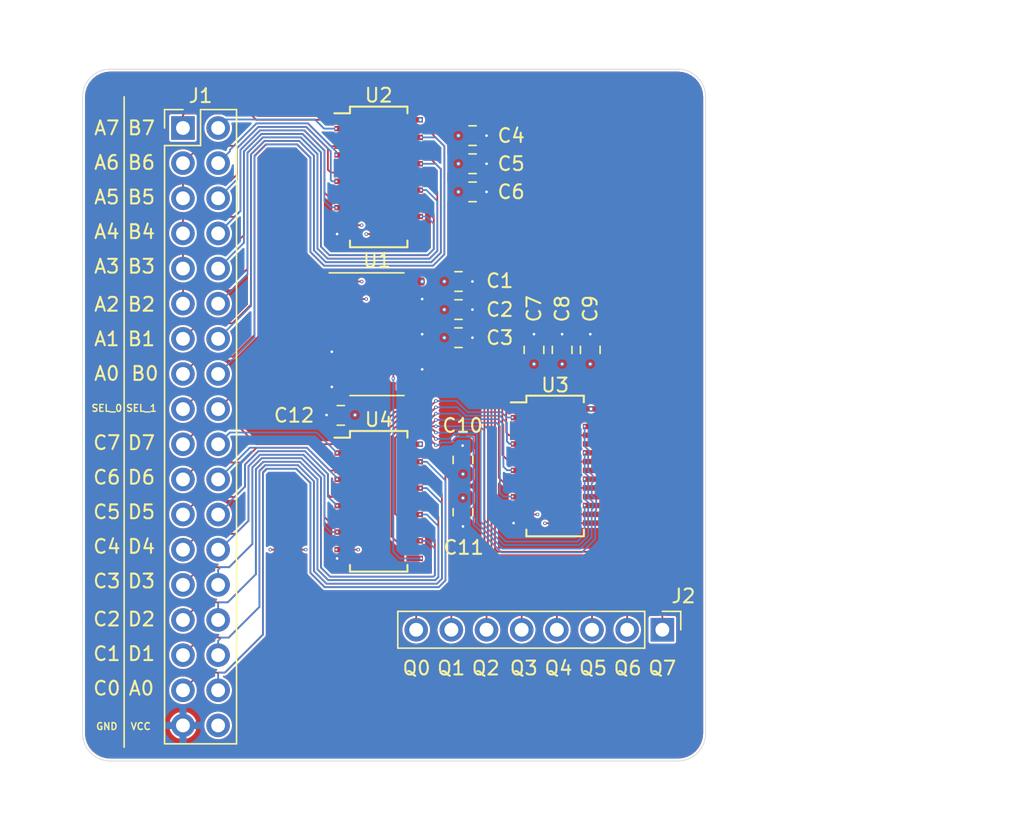
<source format=kicad_pcb>
(kicad_pcb (version 20171130) (host pcbnew "(5.1.5)-3")
  (title_block (date 2020-06-30) (rev "SREV_A | BREV_B"))
  (layers (0 F.Signal signal) (1 GND signal) (2 VCC signal) (31 B.Signal signal) (34 B.Paste user) (35 F.Paste user) (36 B.SilkS user) (37 F.SilkS user) (38 B.Mask user) (39 F.Mask user) (44 Edge.Cuts user))
  (net 0 "")
  (net 1 GND)
  (net 2 VCC)
  (net 3 /C7)
  (net 4 /C6)
  (net 5 /C5)
  (net 6 /C4)
  (net 7 /C3)
  (net 8 /C2)
  (net 9 /C1)
  (net 10 /C0)
  (net 11 /D7)
  (net 12 /D6)
  (net 13 /D5)
  (net 14 /D4)
  (net 15 /D3)
  (net 16 /D2)
  (net 17 /D1)
  (net 18 /D0)
  (net 19 /SEL_1)
  (net 20 /SEL_0)
  (net 21 /B0)
  (net 22 /B1)
  (net 23 /B2)
  (net 24 /B3)
  (net 25 /B4)
  (net 26 /B5)
  (net 27 /B6)
  (net 28 /B7)
  (net 29 /A0)
  (net 30 /A1)
  (net 31 /A2)
  (net 32 /A3)
  (net 33 /A4)
  (net 34 /A5)
  (net 35 /A6)
  (net 36 /A7)
  (net 37 /out_0)
  (net 38 /out_1)
  (net 39 /out_2)
  (net 40 /out_3)
  (net 41 /out_4)
  (net 42 /out_5)
  (net 43 /out_6)
  (net 44 /out_7)
  (net 45 "Net-(U1-Pad12)")
  (net 46 "Net-(U1-Pad10)")
  (net 47 "Net-(U1-Pad8)")
  (net 48 "Net-(U1-Pad6)")
  (net 49 /PLEX_A_7)
  (net 50 /PLEX_A_6)
  (net 51 /PLEX_A_5)
  (net 52 /PLEX_A_4)
  (net 53 /PLEX_A_3)
  (net 54 /PLEX_A_2)
  (net 55 /PLEX_A_1)
  (net 56 /PLEX_A_0)
  (net 57 /PLEX_B_7)
  (net 58 /PLEX_B_6)
  (net 59 /PLEX_B_5)
  (net 60 /PLEX_B_4)
  (net 61 /PLEX_B_3)
  (net 62 /PLEX_B_2)
  (net 63 /PLEX_B_1)
  (net 64 /PLEX_B_0)
  (net 65 /~SEL_1)
  (net 66 /~SEL_0)
  (module Connector_PinHeader_2.54mm:PinHeader_2x18_P2.54mm_Vertical (layer F.Signal) (at 124.25 74.25)
    (fp_text reference J1 (at 1.27 -2.33) (layer F.SilkS))
    (fp_text value "Input jack")
    (pad 36 thru_hole oval (at 2.54 43.18) (size 1.7 1.7) (drill 1) (layers *.Cu *.Mask) (net 2 VCC))
    (pad 35 thru_hole oval (at 0 43.18) (size 1.7 1.7) (drill 1) (layers *.Cu *.Mask) (net 1 GND))
    (pad 34 thru_hole oval (at 2.54 40.64) (size 1.7 1.7) (drill 1) (layers *.Cu *.Mask) (net 18 /D0))
    (pad 33 thru_hole oval (at 0 40.64) (size 1.7 1.7) (drill 1) (layers *.Cu *.Mask) (net 10 /C0))
    (pad 32 thru_hole oval (at 2.54 38.1) (size 1.7 1.7) (drill 1) (layers *.Cu *.Mask) (net 17 /D1))
    (pad 31 thru_hole oval (at 0 38.1) (size 1.7 1.7) (drill 1) (layers *.Cu *.Mask) (net 9 /C1))
    (pad 30 thru_hole oval (at 2.54 35.56) (size 1.7 1.7) (drill 1) (layers *.Cu *.Mask) (net 16 /D2))
    (pad 29 thru_hole oval (at 0 35.56) (size 1.7 1.7) (drill 1) (layers *.Cu *.Mask) (net 8 /C2))
    (pad 28 thru_hole oval (at 2.54 33.02) (size 1.7 1.7) (drill 1) (layers *.Cu *.Mask) (net 15 /D3))
    (pad 27 thru_hole oval (at 0 33.02) (size 1.7 1.7) (drill 1) (layers *.Cu *.Mask) (net 7 /C3))
    (pad 26 thru_hole oval (at 2.54 30.48) (size 1.7 1.7) (drill 1) (layers *.Cu *.Mask) (net 14 /D4))
    (pad 25 thru_hole oval (at 0 30.48) (size 1.7 1.7) (drill 1) (layers *.Cu *.Mask) (net 6 /C4))
    (pad 24 thru_hole oval (at 2.54 27.94) (size 1.7 1.7) (drill 1) (layers *.Cu *.Mask) (net 13 /D5))
    (pad 23 thru_hole oval (at 0 27.94) (size 1.7 1.7) (drill 1) (layers *.Cu *.Mask) (net 5 /C5))
    (pad 22 thru_hole oval (at 2.54 25.4) (size 1.7 1.7) (drill 1) (layers *.Cu *.Mask) (net 12 /D6))
    (pad 21 thru_hole oval (at 0 25.4) (size 1.7 1.7) (drill 1) (layers *.Cu *.Mask) (net 4 /C6))
    (pad 20 thru_hole oval (at 2.54 22.86) (size 1.7 1.7) (drill 1) (layers *.Cu *.Mask) (net 11 /D7))
    (pad 19 thru_hole oval (at 0 22.86) (size 1.7 1.7) (drill 1) (layers *.Cu *.Mask) (net 3 /C7))
    (pad 18 thru_hole oval (at 2.54 20.32) (size 1.7 1.7) (drill 1) (layers *.Cu *.Mask) (net 19 /SEL_1))
    (pad 17 thru_hole oval (at 0 20.32) (size 1.7 1.7) (drill 1) (layers *.Cu *.Mask) (net 20 /SEL_0))
    (pad 16 thru_hole oval (at 2.54 17.78) (size 1.7 1.7) (drill 1) (layers *.Cu *.Mask) (net 21 /B0))
    (pad 15 thru_hole oval (at 0 17.78) (size 1.7 1.7) (drill 1) (layers *.Cu *.Mask) (net 29 /A0))
    (pad 14 thru_hole oval (at 2.54 15.24) (size 1.7 1.7) (drill 1) (layers *.Cu *.Mask) (net 22 /B1))
    (pad 13 thru_hole oval (at 0 15.24) (size 1.7 1.7) (drill 1) (layers *.Cu *.Mask) (net 30 /A1))
    (pad 12 thru_hole oval (at 2.54 12.7) (size 1.7 1.7) (drill 1) (layers *.Cu *.Mask) (net 23 /B2))
    (pad 11 thru_hole oval (at 0 12.7) (size 1.7 1.7) (drill 1) (layers *.Cu *.Mask) (net 31 /A2))
    (pad 10 thru_hole oval (at 2.54 10.16) (size 1.7 1.7) (drill 1) (layers *.Cu *.Mask) (net 24 /B3))
    (pad 9 thru_hole oval (at 0 10.16) (size 1.7 1.7) (drill 1) (layers *.Cu *.Mask) (net 32 /A3))
    (pad 8 thru_hole oval (at 2.54 7.62) (size 1.7 1.7) (drill 1) (layers *.Cu *.Mask) (net 25 /B4))
    (pad 7 thru_hole oval (at 0 7.62) (size 1.7 1.7) (drill 1) (layers *.Cu *.Mask) (net 33 /A4))
    (pad 6 thru_hole oval (at 2.54 5.08) (size 1.7 1.7) (drill 1) (layers *.Cu *.Mask) (net 26 /B5))
    (pad 5 thru_hole oval (at 0 5.08) (size 1.7 1.7) (drill 1) (layers *.Cu *.Mask) (net 34 /A5))
    (pad 4 thru_hole oval (at 2.54 2.54) (size 1.7 1.7) (drill 1) (layers *.Cu *.Mask) (net 27 /B6))
    (pad 3 thru_hole oval (at 0 2.54) (size 1.7 1.7) (drill 1) (layers *.Cu *.Mask) (net 35 /A6))
    (pad 2 thru_hole oval (at 2.54 0) (size 1.7 1.7) (drill 1) (layers *.Cu *.Mask) (net 28 /B7))
    (pad 1 thru_hole rect (at 0 0) (size 1.7 1.7) (drill 1) (layers *.Cu *.Mask) (net 36 /A7))
  )
  (module Package_SO:SSOP-28_3.9x9.9mm_P0.635mm (layer F.Signal) (at 138.3884 101.2317)
    (fp_text reference U4 (at 0 -5.9) (layer F.SilkS))
    (fp_text value IDTQS3390)
    (pad 28 smd rect (at 2.6 -4.1275) (size 1.2 0.4) (layers F.Signal F.Paste F.Mask) (net 2 VCC))
    (pad 27 smd rect (at 2.6 -3.4925) (size 1.2 0.4) (layers F.Signal F.Paste F.Mask) (net 10 /C0))
    (pad 26 smd rect (at 2.6 -2.8575) (size 1.2 0.4) (layers F.Signal F.Paste F.Mask) (net 18 /D0))
    (pad 25 smd rect (at 2.6 -2.2225) (size 1.2 0.4) (layers F.Signal F.Paste F.Mask) (net 64 /PLEX_B_0))
    (pad 24 smd rect (at 2.6 -1.5875) (size 1.2 0.4) (layers F.Signal F.Paste F.Mask) (net 9 /C1))
    (pad 23 smd rect (at 2.6 -0.9525) (size 1.2 0.4) (layers F.Signal F.Paste F.Mask) (net 17 /D1))
    (pad 22 smd rect (at 2.6 -0.3175) (size 1.2 0.4) (layers F.Signal F.Paste F.Mask) (net 63 /PLEX_B_1))
    (pad 21 smd rect (at 2.6 0.3175) (size 1.2 0.4) (layers F.Signal F.Paste F.Mask) (net 8 /C2))
    (pad 20 smd rect (at 2.6 0.9525) (size 1.2 0.4) (layers F.Signal F.Paste F.Mask) (net 16 /D2))
    (pad 19 smd rect (at 2.6 1.5875) (size 1.2 0.4) (layers F.Signal F.Paste F.Mask) (net 62 /PLEX_B_2))
    (pad 18 smd rect (at 2.6 2.2225) (size 1.2 0.4) (layers F.Signal F.Paste F.Mask) (net 7 /C3))
    (pad 17 smd rect (at 2.6 2.8575) (size 1.2 0.4) (layers F.Signal F.Paste F.Mask) (net 15 /D3))
    (pad 16 smd rect (at 2.6 3.4925) (size 1.2 0.4) (layers F.Signal F.Paste F.Mask) (net 61 /PLEX_B_3))
    (pad 15 smd rect (at 2.6 4.1275) (size 1.2 0.4) (layers F.Signal F.Paste F.Mask) (net 65 /~SEL_1))
    (pad 14 smd rect (at -2.6 4.1275) (size 1.2 0.4) (layers F.Signal F.Paste F.Mask) (net 1 GND))
    (pad 13 smd rect (at -2.6 3.4925) (size 1.2 0.4) (layers F.Signal F.Paste F.Mask) (net 19 /SEL_1))
    (pad 12 smd rect (at -2.6 2.8575) (size 1.2 0.4) (layers F.Signal F.Paste F.Mask) (net 60 /PLEX_B_4))
    (pad 11 smd rect (at -2.6 2.2225) (size 1.2 0.4) (layers F.Signal F.Paste F.Mask) (net 14 /D4))
    (pad 10 smd rect (at -2.6 1.5875) (size 1.2 0.4) (layers F.Signal F.Paste F.Mask) (net 6 /C4))
    (pad 9 smd rect (at -2.6 0.9525) (size 1.2 0.4) (layers F.Signal F.Paste F.Mask) (net 59 /PLEX_B_5))
    (pad 8 smd rect (at -2.6 0.3175) (size 1.2 0.4) (layers F.Signal F.Paste F.Mask) (net 13 /D5))
    (pad 7 smd rect (at -2.6 -0.3175) (size 1.2 0.4) (layers F.Signal F.Paste F.Mask) (net 5 /C5))
    (pad 6 smd rect (at -2.6 -0.9525) (size 1.2 0.4) (layers F.Signal F.Paste F.Mask) (net 58 /PLEX_B_6))
    (pad 5 smd rect (at -2.6 -1.5875) (size 1.2 0.4) (layers F.Signal F.Paste F.Mask) (net 12 /D6))
    (pad 4 smd rect (at -2.6 -2.2225) (size 1.2 0.4) (layers F.Signal F.Paste F.Mask) (net 4 /C6))
    (pad 3 smd rect (at -2.6 -2.8575) (size 1.2 0.4) (layers F.Signal F.Paste F.Mask) (net 57 /PLEX_B_7))
    (pad 2 smd rect (at -2.6 -3.4925) (size 1.2 0.4) (layers F.Signal F.Paste F.Mask) (net 11 /D7))
    (pad 1 smd rect (at -2.6 -4.1275) (size 1.2 0.4) (layers F.Signal F.Paste F.Mask) (net 3 /C7))
  )
  (module Package_SO:SSOP-28_3.9x9.9mm_P0.635mm (layer F.Signal) (at 151.13 98.679)
    (fp_text reference U3 (at 0 -5.842) (layer F.SilkS))
    (fp_text value IDTQS3390)
    (pad 28 smd rect (at 2.6 -4.1275) (size 1.2 0.4) (layers F.Signal F.Paste F.Mask) (net 2 VCC))
    (pad 27 smd rect (at 2.6 -3.4925) (size 1.2 0.4) (layers F.Signal F.Paste F.Mask) (net 56 /PLEX_A_0))
    (pad 26 smd rect (at 2.6 -2.8575) (size 1.2 0.4) (layers F.Signal F.Paste F.Mask) (net 64 /PLEX_B_0))
    (pad 25 smd rect (at 2.6 -2.2225) (size 1.2 0.4) (layers F.Signal F.Paste F.Mask) (net 37 /out_0))
    (pad 24 smd rect (at 2.6 -1.5875) (size 1.2 0.4) (layers F.Signal F.Paste F.Mask) (net 55 /PLEX_A_1))
    (pad 23 smd rect (at 2.6 -0.9525) (size 1.2 0.4) (layers F.Signal F.Paste F.Mask) (net 63 /PLEX_B_1))
    (pad 22 smd rect (at 2.6 -0.3175) (size 1.2 0.4) (layers F.Signal F.Paste F.Mask) (net 38 /out_1))
    (pad 21 smd rect (at 2.6 0.3175) (size 1.2 0.4) (layers F.Signal F.Paste F.Mask) (net 54 /PLEX_A_2))
    (pad 20 smd rect (at 2.6 0.9525) (size 1.2 0.4) (layers F.Signal F.Paste F.Mask) (net 62 /PLEX_B_2))
    (pad 19 smd rect (at 2.6 1.5875) (size 1.2 0.4) (layers F.Signal F.Paste F.Mask) (net 39 /out_2))
    (pad 18 smd rect (at 2.6 2.2225) (size 1.2 0.4) (layers F.Signal F.Paste F.Mask) (net 53 /PLEX_A_3))
    (pad 17 smd rect (at 2.6 2.8575) (size 1.2 0.4) (layers F.Signal F.Paste F.Mask) (net 61 /PLEX_B_3))
    (pad 16 smd rect (at 2.6 3.4925) (size 1.2 0.4) (layers F.Signal F.Paste F.Mask) (net 40 /out_3))
    (pad 15 smd rect (at 2.6 4.1275) (size 1.2 0.4) (layers F.Signal F.Paste F.Mask) (net 65 /~SEL_1))
    (pad 14 smd rect (at -2.6 4.1275) (size 1.2 0.4) (layers F.Signal F.Paste F.Mask) (net 1 GND))
    (pad 13 smd rect (at -2.6 3.4925) (size 1.2 0.4) (layers F.Signal F.Paste F.Mask) (net 19 /SEL_1))
    (pad 12 smd rect (at -2.6 2.8575) (size 1.2 0.4) (layers F.Signal F.Paste F.Mask) (net 41 /out_4))
    (pad 11 smd rect (at -2.6 2.2225) (size 1.2 0.4) (layers F.Signal F.Paste F.Mask) (net 60 /PLEX_B_4))
    (pad 10 smd rect (at -2.6 1.5875) (size 1.2 0.4) (layers F.Signal F.Paste F.Mask) (net 52 /PLEX_A_4))
    (pad 9 smd rect (at -2.6 0.9525) (size 1.2 0.4) (layers F.Signal F.Paste F.Mask) (net 42 /out_5))
    (pad 8 smd rect (at -2.6 0.3175) (size 1.2 0.4) (layers F.Signal F.Paste F.Mask) (net 59 /PLEX_B_5))
    (pad 7 smd rect (at -2.6 -0.3175) (size 1.2 0.4) (layers F.Signal F.Paste F.Mask) (net 51 /PLEX_A_5))
    (pad 6 smd rect (at -2.6 -0.9525) (size 1.2 0.4) (layers F.Signal F.Paste F.Mask) (net 43 /out_6))
    (pad 5 smd rect (at -2.6 -1.5875) (size 1.2 0.4) (layers F.Signal F.Paste F.Mask) (net 58 /PLEX_B_6))
    (pad 4 smd rect (at -2.6 -2.2225) (size 1.2 0.4) (layers F.Signal F.Paste F.Mask) (net 50 /PLEX_A_6))
    (pad 3 smd rect (at -2.6 -2.8575) (size 1.2 0.4) (layers F.Signal F.Paste F.Mask) (net 44 /out_7))
    (pad 2 smd rect (at -2.6 -3.4925) (size 1.2 0.4) (layers F.Signal F.Paste F.Mask) (net 57 /PLEX_B_7))
    (pad 1 smd rect (at -2.6 -4.1275) (size 1.2 0.4) (layers F.Signal F.Paste F.Mask) (net 49 /PLEX_A_7))
  )
  (module Package_SO:SSOP-28_3.9x9.9mm_P0.635mm (layer F.Signal) (at 138.3884 77.7875)
    (fp_text reference U2 (at 0 -5.9) (layer F.SilkS))
    (fp_text value IDTQS3390)
    (pad 28 smd rect (at 2.6 -4.1275) (size 1.2 0.4) (layers F.Signal F.Paste F.Mask) (net 2 VCC))
    (pad 27 smd rect (at 2.6 -3.4925) (size 1.2 0.4) (layers F.Signal F.Paste F.Mask) (net 29 /A0))
    (pad 26 smd rect (at 2.6 -2.8575) (size 1.2 0.4) (layers F.Signal F.Paste F.Mask) (net 21 /B0))
    (pad 25 smd rect (at 2.6 -2.2225) (size 1.2 0.4) (layers F.Signal F.Paste F.Mask) (net 56 /PLEX_A_0))
    (pad 24 smd rect (at 2.6 -1.5875) (size 1.2 0.4) (layers F.Signal F.Paste F.Mask) (net 30 /A1))
    (pad 23 smd rect (at 2.6 -0.9525) (size 1.2 0.4) (layers F.Signal F.Paste F.Mask) (net 22 /B1))
    (pad 22 smd rect (at 2.6 -0.3175) (size 1.2 0.4) (layers F.Signal F.Paste F.Mask) (net 55 /PLEX_A_1))
    (pad 21 smd rect (at 2.6 0.3175) (size 1.2 0.4) (layers F.Signal F.Paste F.Mask) (net 31 /A2))
    (pad 20 smd rect (at 2.6 0.9525) (size 1.2 0.4) (layers F.Signal F.Paste F.Mask) (net 23 /B2))
    (pad 19 smd rect (at 2.6 1.5875) (size 1.2 0.4) (layers F.Signal F.Paste F.Mask) (net 54 /PLEX_A_2))
    (pad 18 smd rect (at 2.6 2.2225) (size 1.2 0.4) (layers F.Signal F.Paste F.Mask) (net 32 /A3))
    (pad 17 smd rect (at 2.6 2.8575) (size 1.2 0.4) (layers F.Signal F.Paste F.Mask) (net 24 /B3))
    (pad 16 smd rect (at 2.6 3.4925) (size 1.2 0.4) (layers F.Signal F.Paste F.Mask) (net 53 /PLEX_A_3))
    (pad 15 smd rect (at 2.6 4.1275) (size 1.2 0.4) (layers F.Signal F.Paste F.Mask) (net 66 /~SEL_0))
    (pad 14 smd rect (at -2.6 4.1275) (size 1.2 0.4) (layers F.Signal F.Paste F.Mask) (net 1 GND))
    (pad 13 smd rect (at -2.6 3.4925) (size 1.2 0.4) (layers F.Signal F.Paste F.Mask) (net 20 /SEL_0))
    (pad 12 smd rect (at -2.6 2.8575) (size 1.2 0.4) (layers F.Signal F.Paste F.Mask) (net 52 /PLEX_A_4))
    (pad 11 smd rect (at -2.6 2.2225) (size 1.2 0.4) (layers F.Signal F.Paste F.Mask) (net 25 /B4))
    (pad 10 smd rect (at -2.6 1.5875) (size 1.2 0.4) (layers F.Signal F.Paste F.Mask) (net 33 /A4))
    (pad 9 smd rect (at -2.6 0.9525) (size 1.2 0.4) (layers F.Signal F.Paste F.Mask) (net 51 /PLEX_A_5))
    (pad 8 smd rect (at -2.6 0.3175) (size 1.2 0.4) (layers F.Signal F.Paste F.Mask) (net 26 /B5))
    (pad 7 smd rect (at -2.6 -0.3175) (size 1.2 0.4) (layers F.Signal F.Paste F.Mask) (net 34 /A5))
    (pad 6 smd rect (at -2.6 -0.9525) (size 1.2 0.4) (layers F.Signal F.Paste F.Mask) (net 50 /PLEX_A_6))
    (pad 5 smd rect (at -2.6 -1.5875) (size 1.2 0.4) (layers F.Signal F.Paste F.Mask) (net 27 /B6))
    (pad 4 smd rect (at -2.6 -2.2225) (size 1.2 0.4) (layers F.Signal F.Paste F.Mask) (net 35 /A6))
    (pad 3 smd rect (at -2.6 -2.8575) (size 1.2 0.4) (layers F.Signal F.Paste F.Mask) (net 49 /PLEX_A_7))
    (pad 2 smd rect (at -2.6 -3.4925) (size 1.2 0.4) (layers F.Signal F.Paste F.Mask) (net 28 /B7))
    (pad 1 smd rect (at -2.6 -4.1275) (size 1.2 0.4) (layers F.Signal F.Paste F.Mask) (net 36 /A7))
  )
  (module Package_SO:SOIC-14_3.9x8.7mm_P1.27mm (layer F.Signal) (at 138.2634 89.154)
    (fp_text reference U1 (at 0 -5.334 180) (layer F.SilkS))
    (fp_text value 74AHC04)
    (pad 14 smd roundrect (at 2.475 -3.81) (size 1.95 0.6) (layers F.Signal F.Paste F.Mask) (net 2 VCC))
    (pad 13 smd roundrect (at 2.475 -2.54) (size 1.95 0.6) (layers F.Signal F.Paste F.Mask) (net 1 GND))
    (pad 12 smd roundrect (at 2.475 -1.27) (size 1.95 0.6) (layers F.Signal F.Paste F.Mask) (net 45 "Net-(U1-Pad12)"))
    (pad 11 smd roundrect (at 2.475 0) (size 1.95 0.6) (layers F.Signal F.Paste F.Mask) (net 1 GND))
    (pad 10 smd roundrect (at 2.475 1.27) (size 1.95 0.6) (layers F.Signal F.Paste F.Mask) (net 46 "Net-(U1-Pad10)"))
    (pad 9 smd roundrect (at 2.475 2.54) (size 1.95 0.6) (layers F.Signal F.Paste F.Mask) (net 1 GND))
    (pad 8 smd roundrect (at 2.475 3.81) (size 1.95 0.6) (layers F.Signal F.Paste F.Mask) (net 47 "Net-(U1-Pad8)"))
    (pad 7 smd roundrect (at -2.475 3.81) (size 1.95 0.6) (layers F.Signal F.Paste F.Mask) (net 1 GND))
    (pad 6 smd roundrect (at -2.475 2.54) (size 1.95 0.6) (layers F.Signal F.Paste F.Mask) (net 48 "Net-(U1-Pad6)"))
    (pad 5 smd roundrect (at -2.475 1.27) (size 1.95 0.6) (layers F.Signal F.Paste F.Mask) (net 1 GND))
    (pad 4 smd roundrect (at -2.475 0) (size 1.95 0.6) (layers F.Signal F.Paste F.Mask) (net 65 /~SEL_1))
    (pad 3 smd roundrect (at -2.475 -1.27) (size 1.95 0.6) (layers F.Signal F.Paste F.Mask) (net 19 /SEL_1))
    (pad 2 smd roundrect (at -2.475 -2.54) (size 1.95 0.6) (layers F.Signal F.Paste F.Mask) (net 66 /~SEL_0))
    (pad 1 smd roundrect (at -2.475 -3.81) (size 1.95 0.6) (layers F.Signal F.Paste F.Mask) (net 20 /SEL_0))
  )
  (module Connector_PinHeader_2.54mm:PinHeader_1x08_P2.54mm_Vertical (layer F.Signal) (at 158.877 110.5154 270)
    (fp_text reference J2 (at -2.4384 -1.524 180) (layer F.SilkS))
    (fp_text value "Output jack")
    (pad 8 thru_hole oval (at 0 17.78 270) (size 1.7 1.7) (drill 1) (layers *.Cu *.Mask) (net 37 /out_0))
    (pad 7 thru_hole oval (at 0 15.24 270) (size 1.7 1.7) (drill 1) (layers *.Cu *.Mask) (net 38 /out_1))
    (pad 6 thru_hole oval (at 0 12.7 270) (size 1.7 1.7) (drill 1) (layers *.Cu *.Mask) (net 39 /out_2))
    (pad 5 thru_hole oval (at 0 10.16 270) (size 1.7 1.7) (drill 1) (layers *.Cu *.Mask) (net 40 /out_3))
    (pad 4 thru_hole oval (at 0 7.62 270) (size 1.7 1.7) (drill 1) (layers *.Cu *.Mask) (net 41 /out_4))
    (pad 3 thru_hole oval (at 0 5.08 270) (size 1.7 1.7) (drill 1) (layers *.Cu *.Mask) (net 42 /out_5))
    (pad 2 thru_hole oval (at 0 2.54 270) (size 1.7 1.7) (drill 1) (layers *.Cu *.Mask) (net 43 /out_6))
    (pad 1 thru_hole rect (at 0 0 270) (size 1.7 1.7) (drill 1) (layers *.Cu *.Mask) (net 44 /out_7))
  )
  (module Capacitor_SMD:C_0805_2012Metric_Pad1.15x1.40mm_HandSolder (layer F.Signal) (at 135.6524 95.0214 180)
    (fp_text reference C12 (at 3.375 0 180) (layer F.SilkS))
    (fp_text value 100nF)
    (pad 2 smd roundrect (at 1.025 0 180) (size 1.15 1.4) (layers F.Signal F.Paste F.Mask) (roundrect_rratio 0.217391) (net 1 GND))
    (pad 1 smd roundrect (at -1.025 0 180) (size 1.15 1.4) (layers F.Signal F.Paste F.Mask) (roundrect_rratio 0.217391) (net 2 VCC))
  )
  (module Capacitor_SMD:C_0805_2012Metric_Pad1.15x1.40mm_HandSolder (layer F.Signal) (at 144.4752 102.0154 270)
    (fp_text reference C11 (at 2.5564 -0.05) (layer F.SilkS))
    (fp_text value 10nF)
    (pad 2 smd roundrect (at 1.025 0 270) (size 1.15 1.4) (layers F.Signal F.Paste F.Mask) (roundrect_rratio 0.217391) (net 1 GND))
    (pad 1 smd roundrect (at -1.025 0 270) (size 1.15 1.4) (layers F.Signal F.Paste F.Mask) (roundrect_rratio 0.217391) (net 2 VCC))
  )
  (module Capacitor_SMD:C_0805_2012Metric_Pad1.15x1.40mm_HandSolder (layer F.Signal) (at 144.4752 98.2382 90)
    (fp_text reference C10 (at 2.4802 -0.0254) (layer F.SilkS))
    (fp_text value 1nF)
    (pad 2 smd roundrect (at 1.025 0 90) (size 1.15 1.4) (layers F.Signal F.Paste F.Mask) (roundrect_rratio 0.217391) (net 1 GND))
    (pad 1 smd roundrect (at -1.025 0 90) (size 1.15 1.4) (layers F.Signal F.Paste F.Mask) (roundrect_rratio 0.217391) (net 2 VCC))
  )
  (module Capacitor_SMD:C_0805_2012Metric_Pad1.15x1.40mm_HandSolder (layer F.Signal) (at 153.67 90.288 90)
    (fp_text reference C9 (at 2.975 0 90) (layer F.SilkS))
    (fp_text value 100nF)
    (pad 2 smd roundrect (at 1.025 0 90) (size 1.15 1.4) (layers F.Signal F.Paste F.Mask) (roundrect_rratio 0.217391) (net 1 GND))
    (pad 1 smd roundrect (at -1.025 0 90) (size 1.15 1.4) (layers F.Signal F.Paste F.Mask) (roundrect_rratio 0.217391) (net 2 VCC))
  )
  (module Capacitor_SMD:C_0805_2012Metric_Pad1.15x1.40mm_HandSolder (layer F.Signal) (at 151.638 90.288 90)
    (fp_text reference C8 (at 2.975 0 90) (layer F.SilkS))
    (fp_text value 10nF)
    (pad 2 smd roundrect (at 1.025 0 90) (size 1.15 1.4) (layers F.Signal F.Paste F.Mask) (roundrect_rratio 0.217391) (net 1 GND))
    (pad 1 smd roundrect (at -1.025 0 90) (size 1.15 1.4) (layers F.Signal F.Paste F.Mask) (roundrect_rratio 0.217391) (net 2 VCC))
  )
  (module Capacitor_SMD:C_0805_2012Metric_Pad1.15x1.40mm_HandSolder (layer F.Signal) (at 149.606 90.288 90)
    (fp_text reference C7 (at 2.975 0 90) (layer F.SilkS))
    (fp_text value 1nF)
    (pad 2 smd roundrect (at 1.025 0 90) (size 1.15 1.4) (layers F.Signal F.Paste F.Mask) (roundrect_rratio 0.217391) (net 1 GND))
    (pad 1 smd roundrect (at -1.025 0 90) (size 1.15 1.4) (layers F.Signal F.Paste F.Mask) (roundrect_rratio 0.217391) (net 2 VCC))
  )
  (module Capacitor_SMD:C_0805_2012Metric_Pad1.15x1.40mm_HandSolder (layer F.Signal) (at 145.17 78.867)
    (fp_text reference C6 (at 2.785 0) (layer F.SilkS))
    (fp_text value 100nF)
    (pad 2 smd roundrect (at 1.025 0) (size 1.15 1.4) (layers F.Signal F.Paste F.Mask) (roundrect_rratio 0.217391) (net 1 GND))
    (pad 1 smd roundrect (at -1.025 0) (size 1.15 1.4) (layers F.Signal F.Paste F.Mask) (roundrect_rratio 0.217391) (net 2 VCC))
  )
  (module Capacitor_SMD:C_0805_2012Metric_Pad1.15x1.40mm_HandSolder (layer F.Signal) (at 145.17 76.835)
    (fp_text reference C5 (at 2.785 0) (layer F.SilkS))
    (fp_text value 10nF)
    (pad 2 smd roundrect (at 1.025 0) (size 1.15 1.4) (layers F.Signal F.Paste F.Mask) (roundrect_rratio 0.217391) (net 1 GND))
    (pad 1 smd roundrect (at -1.025 0) (size 1.15 1.4) (layers F.Signal F.Paste F.Mask) (roundrect_rratio 0.217391) (net 2 VCC))
  )
  (module Capacitor_SMD:C_0805_2012Metric_Pad1.15x1.40mm_HandSolder (layer F.Signal) (at 145.17 74.803)
    (fp_text reference C4 (at 2.785 0) (layer F.SilkS))
    (fp_text value 1nF)
    (pad 2 smd roundrect (at 1.025 0) (size 1.15 1.4) (layers F.Signal F.Paste F.Mask) (roundrect_rratio 0.217391) (net 1 GND))
    (pad 1 smd roundrect (at -1.025 0) (size 1.15 1.4) (layers F.Signal F.Paste F.Mask) (roundrect_rratio 0.217391) (net 2 VCC))
  )
  (module Capacitor_SMD:C_0805_2012Metric_Pad1.15x1.40mm_HandSolder (layer F.Signal) (at 144.154 89.408)
    (fp_text reference C3 (at 2.975 0 180) (layer F.SilkS))
    (fp_text value 100nF)
    (pad 2 smd roundrect (at 1.025 0) (size 1.15 1.4) (layers F.Signal F.Paste F.Mask) (roundrect_rratio 0.217391) (net 1 GND))
    (pad 1 smd roundrect (at -1.025 0) (size 1.15 1.4) (layers F.Signal F.Paste F.Mask) (roundrect_rratio 0.217391) (net 2 VCC))
  )
  (module Capacitor_SMD:C_0805_2012Metric_Pad1.15x1.40mm_HandSolder (layer F.Signal) (at 144.154 87.376)
    (fp_text reference C2 (at 2.975 0 180) (layer F.SilkS))
    (fp_text value 10nF)
    (pad 2 smd roundrect (at 1.025 0) (size 1.15 1.4) (layers F.Signal F.Paste F.Mask) (roundrect_rratio 0.217391) (net 1 GND))
    (pad 1 smd roundrect (at -1.025 0) (size 1.15 1.4) (layers F.Signal F.Paste F.Mask) (roundrect_rratio 0.217391) (net 2 VCC))
  )
  (module Capacitor_SMD:C_0805_2012Metric_Pad1.15x1.40mm_HandSolder (layer F.Signal) (at 144.154 85.344)
    (fp_text reference C1 (at 2.975 -0.05) (layer F.SilkS))
    (fp_text value 1nF)
    (pad 2 smd roundrect (at 1.025 0) (size 1.15 1.4) (layers F.Signal F.Paste F.Mask) (roundrect_rratio 0.217391) (net 1 GND))
    (pad 1 smd roundrect (at -1.025 0) (size 1.15 1.4) (layers F.Signal F.Paste F.Mask) (roundrect_rratio 0.217391) (net 2 VCC))
  )
  (gr_text Q5 (at 153.8732 113.2894) (layer F.SilkS) (effects (font (size 1 1))))
  (gr_text Q6 (at 156.3732 113.2894) (layer F.SilkS) (effects (font (size 1 1))))
  (gr_text Q7 (at 158.8732 113.2894) (layer F.SilkS) (effects (font (size 1 1))))
  (gr_text Q3 (at 148.8732 113.2894) (layer F.SilkS) (effects (font (size 1 1))))
  (gr_text Q4 (at 151.3732 113.2894) (layer F.SilkS) (effects (font (size 1 1))))
  (gr_text Q0 (at 141.1232 113.2894) (layer F.SilkS) (effects (font (size 1 1))))
  (gr_text Q1 (at 143.6232 113.2894) (layer F.SilkS) (effects (font (size 1 1))))
  (gr_text Q2 (at 146.1232 113.2894) (layer F.SilkS) (effects (font (size 1 1))))
  (gr_text VCC (at 121.2 117.5) (layer F.SilkS) (effects (font (size 0.5 0.5) (thickness 0.1))))
  (gr_text GND (at 118.75 117.5) (layer F.SilkS) (effects (font (size 0.5 0.5) (thickness 0.1))))
  (gr_text SEL_1 (at 121.25 94.5) (layer F.SilkS) (effects (font (size 0.5 0.5) (thickness 0.1))))
  (gr_text D5 (at 121.25 102) (layer F.SilkS) (effects (font (size 1 1))))
  (gr_text D6 (at 121.25 99.5) (layer F.SilkS) (effects (font (size 1 1))))
  (gr_text D7 (at 121.25 97) (layer F.SilkS) (effects (font (size 1 1))))
  (gr_text D3 (at 121.25 107) (layer F.SilkS) (effects (font (size 1 1))))
  (gr_text D4 (at 121.25 104.5) (layer F.SilkS) (effects (font (size 1 1))))
  (gr_text A0 (at 121.25 114.75) (layer F.SilkS) (effects (font (size 1 1))))
  (gr_text D1 (at 121.25 112.25) (layer F.SilkS) (effects (font (size 1 1))))
  (gr_text D2 (at 121.25 109.75) (layer F.SilkS) (effects (font (size 1 1))))
  (gr_text B5 (at 121.25 79.25) (layer F.SilkS) (effects (font (size 1 1))))
  (gr_text B6 (at 121.25 76.75) (layer F.SilkS) (effects (font (size 1 1))))
  (gr_text B7 (at 121.25 74.25) (layer F.SilkS) (effects (font (size 1 1))))
  (gr_text B3 (at 121.25 84.25) (layer F.SilkS) (effects (font (size 1 1))))
  (gr_text B4 (at 121.25 81.75) (layer F.SilkS) (effects (font (size 1 1))))
  (gr_text B0 (at 121.5 92) (layer F.SilkS) (effects (font (size 1 1))))
  (gr_text B1 (at 121.25 89.5) (layer F.SilkS) (effects (font (size 1 1))))
  (gr_text B2 (at 121.25 87) (layer F.SilkS) (effects (font (size 1 1))))
  (gr_text C5 (at 118.75 102) (layer F.SilkS) (effects (font (size 1 1))))
  (gr_text C6 (at 118.75 99.5) (layer F.SilkS) (effects (font (size 1 1))))
  (gr_text C7 (at 118.75 97) (layer F.SilkS) (effects (font (size 1 1))))
  (gr_text C3 (at 118.75 107) (layer F.SilkS) (effects (font (size 1 1))))
  (gr_text C4 (at 118.75 104.5) (layer F.SilkS) (effects (font (size 1 1))))
  (gr_text C0 (at 118.75 114.75) (layer F.SilkS) (effects (font (size 1 1))))
  (gr_text C1 (at 118.75 112.25) (layer F.SilkS) (effects (font (size 1 1))))
  (gr_text C2 (at 118.75 109.75) (layer F.SilkS) (effects (font (size 1 1))))
  (gr_text SEL_0 (at 118.75 94.5) (layer F.SilkS) (effects (font (size 0.5 0.5) (thickness 0.1))))
  (gr_text A0 (at 118.75 92) (layer F.SilkS) (effects (font (size 1 1))))
  (gr_text A1 (at 118.75 89.5) (layer F.SilkS) (effects (font (size 1 1))))
  (gr_text A2 (at 118.75 87) (layer F.SilkS) (effects (font (size 1 1))))
  (gr_text A3 (at 118.75 84.25) (layer F.SilkS) (effects (font (size 1 1))))
  (gr_text A4 (at 118.75 81.75) (layer F.SilkS) (effects (font (size 1 1))))
  (gr_text A5 (at 118.75 79.25) (layer F.SilkS) (effects (font (size 1 1))))
  (gr_text A6 (at 118.75 76.75) (layer F.SilkS) (effects (font (size 1 1))))
  (gr_text A7 (at 118.75 74.25) (layer F.SilkS) (effects (font (size 1 1))))
  (gr_line (start 120 72) (end 120 119) (layer F.SilkS) (width 0.12))
  (gr_arc (start 160 118) (end 160 120) (angle -90) (layer Edge.Cuts) (width 0.05))
  (gr_arc (start 119 118) (end 117 118) (angle -90) (layer Edge.Cuts) (width 0.05))
  (gr_arc (start 160 72) (end 162 72) (angle -90) (layer Edge.Cuts) (width 0.05))
  (gr_arc (start 119 72) (end 119 70) (angle -90) (layer Edge.Cuts) (width 0.05))
  (gr_line (start 117 118) (end 117 72) (layer Edge.Cuts) (width 0.05))
  (gr_line (start 160 120) (end 119 120) (layer Edge.Cuts) (width 0.05))
  (gr_line (start 162 72) (end 162 118) (layer Edge.Cuts) (width 0.05))
  (gr_line (start 119 70) (end 160 70) (layer Edge.Cuts) (width 0.05))
  (via (at 148.1328 102.8065) (size 0.381) (drill 0.1905) (layers F.Signal B.Signal) (net 1))
  (via (at 153.7208 94.5515) (size 0.381) (drill 0.1905) (layers F.Signal B.Signal) (net 2))
  (via (at 153.2636 95.8088) (size 0.254) (drill 0.127) (layers F.Signal B.Signal) (net 64))
  (via (at 153.2636 97.7138) (size 0.254) (drill 0.127) (layers F.Signal B.Signal) (net 63))
  (via (at 153.2636 99.6188) (size 0.254) (drill 0.127) (layers F.Signal B.Signal) (net 62))
  (via (at 153.2636 101.5238) (size 0.254) (drill 0.127) (layers F.Signal B.Signal) (net 61))
  (via (at 148.0566 100.8888) (size 0.254) (drill 0.127) (layers F.Signal B.Signal) (net 60))
  (via (at 148.0566 98.9838) (size 0.254) (drill 0.127) (layers F.Signal B.Signal) (net 59))
  (via (at 148.0566 97.0788) (size 0.254) (drill 0.127) (layers F.Signal B.Signal) (net 58))
  (via (at 148.0566 95.1738) (size 0.254) (drill 0.127) (layers F.Signal B.Signal) (net 57))
  (via (at 149.606 89.154) (size 0.381) (drill 0.1905) (layers F.Signal B.Signal) (net 1))
  (via (at 151.638 89.154) (size 0.381) (drill 0.1905) (layers F.Signal B.Signal) (net 1))
  (via (at 153.67 89.154) (size 0.381) (drill 0.1905) (layers F.Signal B.Signal) (net 1))
  (via (at 153.67 91.313) (size 0.381) (drill 0.1905) (layers F.Signal B.Signal) (net 2))
  (via (at 151.638 91.313) (size 0.381) (drill 0.1905) (layers F.Signal B.Signal) (net 2))
  (via (at 149.606 91.313) (size 0.381) (drill 0.1905) (layers F.Signal B.Signal) (net 2))
  (via (at 144.4498 97.2058) (size 0.381) (drill 0.1905) (layers F.Signal B.Signal) (net 1))
  (via (at 144.4752 103.0478) (size 0.381) (drill 0.1905) (layers F.Signal B.Signal) (net 1))
  (via (at 134.62 94.996) (size 0.381) (drill 0.1905) (layers F.Signal B.Signal) (net 1))
  (via (at 136.6774 94.996) (size 0.381) (drill 0.1905) (layers F.Signal B.Signal) (net 2))
  (via (at 144.4752 100.9904) (size 0.381) (drill 0.1905) (layers F.Signal B.Signal) (net 2))
  (via (at 144.4752 99.2632) (size 0.381) (drill 0.1905) (layers F.Signal B.Signal) (net 2))
  (via (at 135.382 81.915) (size 0.381) (drill 0.1905) (layers F.Signal B.Signal) (net 1))
  (via (at 145.161 85.344) (size 0.381) (drill 0.1905) (layers F.Signal B.Signal) (net 1))
  (via (at 145.161 87.376) (size 0.381) (drill 0.1905) (layers F.Signal B.Signal) (net 1))
  (via (at 145.161 89.408) (size 0.381) (drill 0.1905) (layers F.Signal B.Signal) (net 1))
  (via (at 143.129 89.408) (size 0.381) (drill 0.1905) (layers F.Signal B.Signal) (net 2))
  (via (at 143.129 87.376) (size 0.381) (drill 0.1905) (layers F.Signal B.Signal) (net 2))
  (via (at 143.129 85.344) (size 0.381) (drill 0.1905) (layers F.Signal B.Signal) (net 2))
  (via (at 146.177 74.803) (size 0.381) (drill 0.1905) (layers F.Signal B.Signal) (net 1))
  (via (at 146.177 76.835) (size 0.381) (drill 0.1905) (layers F.Signal B.Signal) (net 1))
  (via (at 146.177 78.867) (size 0.381) (drill 0.1905) (layers F.Signal B.Signal) (net 1))
  (via (at 144.145 78.867) (size 0.381) (drill 0.1905) (layers F.Signal B.Signal) (net 2))
  (via (at 144.145 76.835) (size 0.381) (drill 0.1905) (layers F.Signal B.Signal) (net 2))
  (via (at 144.145 74.803) (size 0.381) (drill 0.1905) (layers F.Signal B.Signal) (net 2))
  (via (at 135.382 105.3592) (size 0.381) (drill 0.1905) (layers F.Signal B.Signal) (net 1))
  (via (at 141.4018 97.1042) (size 0.381) (drill 0.1905) (layers F.Signal B.Signal) (net 2))
  (via (at 135.3312 104.7242) (size 0.254) (drill 0.127) (layers F.Signal B.Signal) (net 19))
  (via (at 141.4018 98.3742) (size 0.254) (drill 0.127) (layers F.Signal B.Signal) (net 18))
  (via (at 141.4018 100.2792) (size 0.254) (drill 0.127) (layers F.Signal B.Signal) (net 17))
  (via (at 141.3764 102.1842) (size 0.254) (drill 0.127) (layers F.Signal B.Signal) (net 16))
  (via (at 141.4018 104.0892) (size 0.254) (drill 0.127) (layers F.Signal B.Signal) (net 15))
  (via (at 135.382 103.4542) (size 0.254) (drill 0.127) (layers F.Signal B.Signal) (net 14))
  (via (at 135.382 101.5492) (size 0.254) (drill 0.127) (layers F.Signal B.Signal) (net 13))
  (via (at 135.382 99.6442) (size 0.254) (drill 0.127) (layers F.Signal B.Signal) (net 12))
  (via (at 135.382 97.7392) (size 0.254) (drill 0.127) (layers F.Signal B.Signal) (net 11))
  (via (at 141.5288 86.614) (size 0.381) (drill 0.1905) (layers F.Signal B.Signal) (net 1))
  (via (at 141.5288 89.154) (size 0.381) (drill 0.1905) (layers F.Signal B.Signal) (net 1))
  (via (at 141.5288 91.694) (size 0.381) (drill 0.1905) (layers F.Signal B.Signal) (net 1))
  (via (at 135.001 92.964) (size 0.381) (drill 0.1905) (layers F.Signal B.Signal) (net 1))
  (via (at 135.001 90.424) (size 0.381) (drill 0.1905) (layers F.Signal B.Signal) (net 1))
  (via (at 141.5288 85.344) (size 0.381) (drill 0.1905) (layers F.Signal B.Signal) (net 2))
  (via (at 135.3058 74.295) (size 0.254) (drill 0.127) (layers F.Signal B.Signal) (net 28))
  (via (at 141.4526 74.93) (size 0.254) (drill 0.127) (layers F.Signal B.Signal) (net 21))
  (via (at 141.4526 76.835) (size 0.254) (drill 0.127) (layers F.Signal B.Signal) (net 22))
  (via (at 141.4526 78.74) (size 0.254) (drill 0.127) (layers F.Signal B.Signal) (net 23))
  (via (at 141.4526 80.645) (size 0.254) (drill 0.127) (layers F.Signal B.Signal) (net 24))
  (via (at 141.4018 73.66) (size 0.381) (drill 0.1905) (layers F.Signal B.Signal) (net 2))
  (segment (start 124.25 97.11) (end 125.5004 95.8596) (width 0.127) (layer F.Signal) (net 3))
  (segment (start 125.5004 95.8596) (end 128.2954 95.8596) (width 0.127) (layer F.Signal) (net 3))
  (segment (start 128.2954 95.8596) (end 129.54 97.1042) (width 0.127) (layer F.Signal) (net 3))
  (segment (start 129.54 97.1042) (end 130.556 97.1042) (width 0.127) (layer F.Signal) (net 3))
  (segment (start 130.556 97.1042) (end 135.7884 97.1042) (width 0.127) (layer F.Signal) (net 3))
  (segment (start 129.5654 97.3582) (end 133.1976 97.3582) (width 0.127) (layer F.Signal) (net 4))
  (segment (start 124.25 99.65) (end 125.475 98.425) (width 0.127) (layer F.Signal) (net 4))
  (segment (start 125.475 98.425) (end 128.4986 98.425) (width 0.127) (layer F.Signal) (net 4))
  (segment (start 128.4986 98.425) (end 129.5654 97.3582) (width 0.127) (layer F.Signal) (net 4))
  (segment (start 133.1976 97.3582) (end 134.8486 99.0092) (width 0.127) (layer F.Signal) (net 4))
  (segment (start 134.8486 99.0092) (end 135.7884 99.0092) (width 0.127) (layer F.Signal) (net 4))
  (segment (start 124.25 102.19) (end 125.5258 100.9142) (width 0.127) (layer F.Signal) (net 5))
  (segment (start 125.5258 100.9142) (end 127.9906 100.9142) (width 0.127) (layer F.Signal) (net 5))
  (segment (start 127.9906 100.9142) (end 128.7272 100.1776) (width 0.127) (layer F.Signal) (net 5))
  (segment (start 128.7272 100.1776) (end 128.7272 98.5774) (width 0.127) (layer F.Signal) (net 5))
  (segment (start 128.7272 98.5774) (end 129.692389 97.612211) (width 0.127) (layer F.Signal) (net 5))
  (segment (start 129.692389 97.612211) (end 133.070611 97.612211) (width 0.127) (layer F.Signal) (net 5))
  (segment (start 133.070611 97.612211) (end 134.7216 99.2632) (width 0.127) (layer F.Signal) (net 5))
  (segment (start 134.7216 99.2632) (end 134.7216 100.7364) (width 0.127) (layer F.Signal) (net 5))
  (segment (start 134.7216 100.7364) (end 134.8994 100.9142) (width 0.127) (layer F.Signal) (net 5))
  (segment (start 134.8994 100.9142) (end 135.7884 100.9142) (width 0.127) (layer F.Signal) (net 5))
  (segment (start 128.9812 98.7044) (end 129.81938 97.86622) (width 0.127) (layer F.Signal) (net 6))
  (segment (start 128.9812 102.6414) (end 128.9812 98.7044) (width 0.127) (layer F.Signal) (net 6))
  (segment (start 128.0414 103.5812) (end 128.9812 102.6414) (width 0.127) (layer F.Signal) (net 6))
  (segment (start 124.25 104.73) (end 125.3988 103.5812) (width 0.127) (layer F.Signal) (net 6))
  (segment (start 125.3988 103.5812) (end 128.0414 103.5812) (width 0.127) (layer F.Signal) (net 6))
  (segment (start 129.81938 97.86622) (end 132.94362 97.86622) (width 0.127) (layer F.Signal) (net 6))
  (segment (start 132.94362 97.86622) (end 134.4676 99.3902) (width 0.127) (layer F.Signal) (net 6))
  (segment (start 134.4676 99.3902) (end 134.4676 102.362) (width 0.127) (layer F.Signal) (net 6))
  (segment (start 134.4676 102.362) (end 134.9248 102.8192) (width 0.127) (layer F.Signal) (net 6))
  (segment (start 134.9248 102.8192) (end 135.7884 102.8192) (width 0.127) (layer F.Signal) (net 6))
  (segment (start 142.4432 104.013) (end 141.8844 103.4542) (width 0.127) (layer F.Signal) (net 7))
  (segment (start 142.4432 106.5784) (end 142.4432 104.013) (width 0.127) (layer F.Signal) (net 7))
  (segment (start 142.3416 106.68) (end 142.4432 106.5784) (width 0.127) (layer F.Signal) (net 7))
  (segment (start 134.874 106.68) (end 142.3416 106.68) (width 0.127) (layer F.Signal) (net 7))
  (segment (start 134.2136 106.0196) (end 134.874 106.68) (width 0.127) (layer F.Signal) (net 7))
  (segment (start 132.81663 98.12023) (end 134.2136 99.5172) (width 0.127) (layer F.Signal) (net 7))
  (segment (start 129.2606 98.784224) (end 129.924594 98.12023) (width 0.127) (layer F.Signal) (net 7))
  (segment (start 129.924594 98.12023) (end 132.81663 98.12023) (width 0.127) (layer F.Signal) (net 7))
  (segment (start 129.2606 104.3178) (end 129.2606 98.784224) (width 0.127) (layer F.Signal) (net 7))
  (segment (start 127.5842 105.9942) (end 129.2606 104.3178) (width 0.127) (layer F.Signal) (net 7))
  (segment (start 125.5258 105.9942) (end 127.5842 105.9942) (width 0.127) (layer F.Signal) (net 7))
  (segment (start 124.25 107.27) (end 125.5258 105.9942) (width 0.127) (layer F.Signal) (net 7))
  (segment (start 141.8844 103.4542) (end 140.9884 103.4542) (width 0.127) (layer F.Signal) (net 7))
  (segment (start 134.2136 99.5172) (end 134.2136 106.0196) (width 0.127) (layer F.Signal) (net 7))
  (segment (start 141.8844 101.5492) (end 140.9884 101.5492) (width 0.127) (layer F.Signal) (net 8))
  (segment (start 142.6972 102.362) (end 141.8844 101.5492) (width 0.127) (layer F.Signal) (net 8))
  (segment (start 142.6972 106.7054) (end 142.6972 102.362) (width 0.127) (layer F.Signal) (net 8))
  (segment (start 133.9596 99.6442) (end 133.9596 106.1466) (width 0.127) (layer F.Signal) (net 8))
  (segment (start 142.4686 106.934) (end 142.6972 106.7054) (width 0.127) (layer F.Signal) (net 8))
  (segment (start 125.5258 108.5342) (end 127.4826 108.5342) (width 0.127) (layer F.Signal) (net 8))
  (segment (start 134.747 106.934) (end 142.4686 106.934) (width 0.127) (layer F.Signal) (net 8))
  (segment (start 129.5146 106.5022) (end 129.5146 98.9076) (width 0.127) (layer F.Signal) (net 8))
  (segment (start 130.04796 98.37424) (end 132.68964 98.37424) (width 0.127) (layer F.Signal) (net 8))
  (segment (start 124.25 109.81) (end 125.5258 108.5342) (width 0.127) (layer F.Signal) (net 8))
  (segment (start 127.4826 108.5342) (end 129.5146 106.5022) (width 0.127) (layer F.Signal) (net 8))
  (segment (start 129.5146 98.9076) (end 130.04796 98.37424) (width 0.127) (layer F.Signal) (net 8))
  (segment (start 132.68964 98.37424) (end 133.9596 99.6442) (width 0.127) (layer F.Signal) (net 8))
  (segment (start 133.9596 106.1466) (end 134.747 106.934) (width 0.127) (layer F.Signal) (net 8))
  (segment (start 127.5588 111.0742) (end 129.7686 108.8644) (width 0.127) (layer F.Signal) (net 9))
  (segment (start 130.17495 98.62825) (end 132.56265 98.62825) (width 0.127) (layer F.Signal) (net 9))
  (segment (start 133.7056 106.2736) (end 134.62 107.188) (width 0.127) (layer F.Signal) (net 9))
  (segment (start 125.5258 111.0742) (end 127.5588 111.0742) (width 0.127) (layer F.Signal) (net 9))
  (segment (start 132.56265 98.62825) (end 133.7056 99.7712) (width 0.127) (layer F.Signal) (net 9))
  (segment (start 142.5956 107.188) (end 142.9512 106.8324) (width 0.127) (layer F.Signal) (net 9))
  (segment (start 129.7686 108.8644) (end 129.7686 99.0346) (width 0.127) (layer F.Signal) (net 9))
  (segment (start 133.7056 99.7712) (end 133.7056 106.2736) (width 0.127) (layer F.Signal) (net 9))
  (segment (start 129.7686 99.0346) (end 130.17495 98.62825) (width 0.127) (layer F.Signal) (net 9))
  (segment (start 124.25 112.35) (end 125.5258 111.0742) (width 0.127) (layer F.Signal) (net 9))
  (segment (start 142.9512 100.7364) (end 141.859 99.6442) (width 0.127) (layer F.Signal) (net 9))
  (segment (start 142.9512 106.8324) (end 142.9512 100.7364) (width 0.127) (layer F.Signal) (net 9))
  (segment (start 141.859 99.6442) (end 140.9884 99.6442) (width 0.127) (layer F.Signal) (net 9))
  (segment (start 134.62 107.188) (end 142.5956 107.188) (width 0.127) (layer F.Signal) (net 9))
  (segment (start 141.8844 97.7392) (end 140.9884 97.7392) (width 0.127) (layer F.Signal) (net 10))
  (segment (start 143.2052 99.06) (end 141.8844 97.7392) (width 0.127) (layer F.Signal) (net 10))
  (segment (start 127.2794 113.6142) (end 130.0226 110.871) (width 0.127) (layer F.Signal) (net 10))
  (segment (start 130.0226 99.139824) (end 130.280164 98.88226) (width 0.127) (layer F.Signal) (net 10))
  (segment (start 124.25 114.89) (end 125.5258 113.6142) (width 0.127) (layer F.Signal) (net 10))
  (segment (start 125.5258 113.6142) (end 127.2794 113.6142) (width 0.127) (layer F.Signal) (net 10))
  (segment (start 133.4516 99.8982) (end 133.4516 106.4006) (width 0.127) (layer F.Signal) (net 10))
  (segment (start 130.280164 98.88226) (end 132.43566 98.88226) (width 0.127) (layer F.Signal) (net 10))
  (segment (start 134.493 107.442) (end 142.7226 107.442) (width 0.127) (layer F.Signal) (net 10))
  (segment (start 143.2052 106.9594) (end 143.2052 99.06) (width 0.127) (layer F.Signal) (net 10))
  (segment (start 132.43566 98.88226) (end 133.4516 99.8982) (width 0.127) (layer F.Signal) (net 10))
  (segment (start 133.4516 106.4006) (end 134.493 107.442) (width 0.127) (layer F.Signal) (net 10))
  (segment (start 130.0226 110.871) (end 130.0226 99.139824) (width 0.127) (layer F.Signal) (net 10))
  (segment (start 142.7226 107.442) (end 143.2052 106.9594) (width 0.127) (layer F.Signal) (net 10))
  (segment (start 133.902801 96.260001) (end 135.255001 97.612201) (width 0.127) (layer B.Signal) (net 11))
  (segment (start 135.255001 97.612201) (end 135.382 97.7392) (width 0.127) (layer B.Signal) (net 11))
  (segment (start 127.639999 96.260001) (end 133.902801 96.260001) (width 0.127) (layer B.Signal) (net 11))
  (segment (start 126.79 97.11) (end 127.639999 96.260001) (width 0.127) (layer B.Signal) (net 11))
  (segment (start 135.382 99.5426) (end 135.382 99.6442) (width 0.127) (layer B.Signal) (net 12))
  (segment (start 133.197591 97.358191) (end 135.382 99.5426) (width 0.127) (layer B.Signal) (net 12))
  (segment (start 126.79 99.65) (end 129.081809 97.358191) (width 0.127) (layer B.Signal) (net 12))
  (segment (start 129.081809 97.358191) (end 133.197591 97.358191) (width 0.127) (layer B.Signal) (net 12))
  (segment (start 134.7216 100.8888) (end 135.382 101.5492) (width 0.127) (layer B.Signal) (net 13))
  (segment (start 134.7216 99.2632) (end 134.7216 100.8888) (width 0.127) (layer B.Signal) (net 13))
  (segment (start 133.0706 97.6122) (end 134.7216 99.2632) (width 0.127) (layer B.Signal) (net 13))
  (segment (start 129.6924 97.6122) (end 133.0706 97.6122) (width 0.127) (layer B.Signal) (net 13))
  (segment (start 127.639999 101.340001) (end 127.639999 101.264801) (width 0.127) (layer B.Signal) (net 13))
  (segment (start 126.79 102.19) (end 127.639999 101.340001) (width 0.127) (layer B.Signal) (net 13))
  (segment (start 128.7272 100.1776) (end 128.7272 98.5774) (width 0.127) (layer B.Signal) (net 13))
  (segment (start 127.639999 101.264801) (end 128.7272 100.1776) (width 0.127) (layer B.Signal) (net 13))
  (segment (start 128.7272 98.5774) (end 129.6924 97.6122) (width 0.127) (layer B.Signal) (net 13))
  (segment (start 134.4676 99.3902) (end 134.4676 102.997) (width 0.127) (layer B.Signal) (net 14))
  (segment (start 134.4676 102.997) (end 134.9248 103.4542) (width 0.127) (layer B.Signal) (net 14))
  (segment (start 132.9436 97.8662) (end 134.4676 99.3902) (width 0.127) (layer B.Signal) (net 14))
  (segment (start 126.8926 104.73) (end 128.9812 102.6414) (width 0.127) (layer B.Signal) (net 14))
  (segment (start 126.79 104.73) (end 126.8926 104.73) (width 0.127) (layer B.Signal) (net 14))
  (segment (start 134.9248 103.4542) (end 135.382 103.4542) (width 0.127) (layer B.Signal) (net 14))
  (segment (start 129.8194 97.8662) (end 132.9436 97.8662) (width 0.127) (layer B.Signal) (net 14))
  (segment (start 128.9812 102.6414) (end 128.9812 98.7044) (width 0.127) (layer B.Signal) (net 14))
  (segment (start 128.9812 98.7044) (end 129.8194 97.8662) (width 0.127) (layer B.Signal) (net 14))
  (segment (start 142.4432 104.648) (end 141.8844 104.0892) (width 0.127) (layer B.Signal) (net 15))
  (segment (start 142.4432 106.5784) (end 142.4432 104.648) (width 0.127) (layer B.Signal) (net 15))
  (segment (start 141.8844 104.0892) (end 141.4018 104.0892) (width 0.127) (layer B.Signal) (net 15))
  (segment (start 142.3416 106.68) (end 142.4432 106.5784) (width 0.127) (layer B.Signal) (net 15))
  (segment (start 129.2606 104.3178) (end 129.2606 98.806) (width 0.127) (layer B.Signal) (net 15))
  (segment (start 134.874 106.68) (end 142.3416 106.68) (width 0.127) (layer B.Signal) (net 15))
  (segment (start 126.9746 105.9942) (end 127.5842 105.9942) (width 0.127) (layer B.Signal) (net 15))
  (segment (start 126.79 107.27) (end 126.79 106.1788) (width 0.127) (layer B.Signal) (net 15))
  (segment (start 127.5842 105.9942) (end 129.2606 104.3178) (width 0.127) (layer B.Signal) (net 15))
  (segment (start 129.9464 98.1202) (end 132.8166 98.1202) (width 0.127) (layer B.Signal) (net 15))
  (segment (start 129.2606 98.806) (end 129.9464 98.1202) (width 0.127) (layer B.Signal) (net 15))
  (segment (start 132.8166 98.1202) (end 134.2136 99.5172) (width 0.127) (layer B.Signal) (net 15))
  (segment (start 126.79 106.1788) (end 126.9746 105.9942) (width 0.127) (layer B.Signal) (net 15))
  (segment (start 134.2136 99.5172) (end 134.2136 106.0196) (width 0.127) (layer B.Signal) (net 15))
  (segment (start 134.2136 106.0196) (end 134.874 106.68) (width 0.127) (layer B.Signal) (net 15))
  (segment (start 126.79 108.607919) (end 126.863719 108.5342) (width 0.127) (layer B.Signal) (net 16))
  (segment (start 126.79 109.81) (end 126.79 108.607919) (width 0.127) (layer B.Signal) (net 16))
  (segment (start 126.863719 108.5342) (end 127.4826 108.5342) (width 0.127) (layer B.Signal) (net 16))
  (segment (start 127.4826 108.5342) (end 129.5146 106.5022) (width 0.127) (layer B.Signal) (net 16))
  (segment (start 129.5146 106.5022) (end 129.5146 98.933) (width 0.127) (layer B.Signal) (net 16))
  (segment (start 129.5146 98.933) (end 130.0734 98.3742) (width 0.127) (layer B.Signal) (net 16))
  (segment (start 130.0734 98.3742) (end 132.6896 98.3742) (width 0.127) (layer B.Signal) (net 16))
  (segment (start 132.6896 98.3742) (end 133.9596 99.6442) (width 0.127) (layer B.Signal) (net 16))
  (segment (start 133.9596 99.6442) (end 133.9596 106.1466) (width 0.127) (layer B.Signal) (net 16))
  (segment (start 133.9596 106.1466) (end 134.747 106.934) (width 0.127) (layer B.Signal) (net 16))
  (segment (start 134.747 106.934) (end 142.4686 106.934) (width 0.127) (layer B.Signal) (net 16))
  (segment (start 142.4686 106.934) (end 142.6972 106.7054) (width 0.127) (layer B.Signal) (net 16))
  (segment (start 142.6972 106.7054) (end 142.6972 103.0224) (width 0.127) (layer B.Signal) (net 16))
  (segment (start 141.859 102.1842) (end 141.3764 102.1842) (width 0.127) (layer B.Signal) (net 16))
  (segment (start 142.6972 103.0224) (end 141.859 102.1842) (width 0.127) (layer B.Signal) (net 16))
  (segment (start 142.9512 101.3714) (end 141.859 100.2792) (width 0.127) (layer B.Signal) (net 17))
  (segment (start 142.9512 106.8324) (end 142.9512 101.3714) (width 0.127) (layer B.Signal) (net 17))
  (segment (start 134.62 107.188) (end 142.5956 107.188) (width 0.127) (layer B.Signal) (net 17))
  (segment (start 141.859 100.2792) (end 141.4018 100.2792) (width 0.127) (layer B.Signal) (net 17))
  (segment (start 127.0254 111.0742) (end 127.5588 111.0742) (width 0.127) (layer B.Signal) (net 17))
  (segment (start 126.7968 111.3028) (end 127.0254 111.0742) (width 0.127) (layer B.Signal) (net 17))
  (segment (start 126.79 112.35) (end 126.7968 112.3432) (width 0.127) (layer B.Signal) (net 17))
  (segment (start 142.5956 107.188) (end 142.9512 106.8324) (width 0.127) (layer B.Signal) (net 17))
  (segment (start 127.5588 111.0742) (end 129.7686 108.8644) (width 0.127) (layer B.Signal) (net 17))
  (segment (start 126.7968 112.3432) (end 126.7968 111.3028) (width 0.127) (layer B.Signal) (net 17))
  (segment (start 132.5626 98.6282) (end 133.7056 99.7712) (width 0.127) (layer B.Signal) (net 17))
  (segment (start 129.7686 108.8644) (end 129.7686 99.06) (width 0.127) (layer B.Signal) (net 17))
  (segment (start 129.7686 99.06) (end 130.2004 98.6282) (width 0.127) (layer B.Signal) (net 17))
  (segment (start 133.7056 106.2736) (end 134.62 107.188) (width 0.127) (layer B.Signal) (net 17))
  (segment (start 130.2004 98.6282) (end 132.5626 98.6282) (width 0.127) (layer B.Signal) (net 17))
  (segment (start 133.7056 99.7712) (end 133.7056 106.2736) (width 0.127) (layer B.Signal) (net 17))
  (segment (start 126.79 113.687919) (end 126.863719 113.6142) (width 0.127) (layer B.Signal) (net 18))
  (segment (start 126.79 114.89) (end 126.79 113.687919) (width 0.127) (layer B.Signal) (net 18))
  (segment (start 126.863719 113.6142) (end 127.2794 113.6142) (width 0.127) (layer B.Signal) (net 18))
  (segment (start 127.2794 113.6142) (end 130.0226 110.871) (width 0.127) (layer B.Signal) (net 18))
  (segment (start 130.0226 110.871) (end 130.0226 99.187) (width 0.127) (layer B.Signal) (net 18))
  (segment (start 130.0226 99.187) (end 130.3274 98.8822) (width 0.127) (layer B.Signal) (net 18))
  (segment (start 130.3274 98.8822) (end 132.4356 98.8822) (width 0.127) (layer B.Signal) (net 18))
  (segment (start 132.4356 98.8822) (end 133.4516 99.8982) (width 0.127) (layer B.Signal) (net 18))
  (segment (start 133.4516 99.8982) (end 133.4516 106.4006) (width 0.127) (layer B.Signal) (net 18))
  (segment (start 133.4516 106.4006) (end 134.493 107.442) (width 0.127) (layer B.Signal) (net 18))
  (segment (start 134.493 107.442) (end 142.7226 107.442) (width 0.127) (layer B.Signal) (net 18))
  (segment (start 142.7226 107.442) (end 143.2052 106.9594) (width 0.127) (layer B.Signal) (net 18))
  (segment (start 143.2052 106.9594) (end 143.2052 99.7204) (width 0.127) (layer B.Signal) (net 18))
  (segment (start 141.859 98.3742) (end 141.4018 98.3742) (width 0.127) (layer B.Signal) (net 18))
  (segment (start 143.2052 99.7204) (end 141.859 98.3742) (width 0.127) (layer B.Signal) (net 18))
  (segment (start 127.639999 93.720001) (end 127.640999 93.720001) (width 0.127) (layer F.Signal) (net 19))
  (segment (start 126.79 94.57) (end 127.639999 93.720001) (width 0.127) (layer F.Signal) (net 19))
  (segment (start 127.640999 93.720001) (end 132.3594 89.0016) (width 0.127) (layer F.Signal) (net 19))
  (segment (start 132.3594 89.0016) (end 132.3594 88.3412) (width 0.127) (layer F.Signal) (net 19))
  (segment (start 132.8166 87.884) (end 135.7884 87.884) (width 0.127) (layer F.Signal) (net 19))
  (segment (start 132.3594 88.3412) (end 132.8166 87.884) (width 0.127) (layer F.Signal) (net 19))
  (via (at 130.556 104.7242) (size 0.254) (drill 0.127) (layers F.Signal B.Signal) (net 19))
  (segment (start 130.556 104.7242) (end 133.1214 104.7242) (width 0.127) (layer F.Signal) (net 19))
  (segment (start 133.1214 104.7242) (end 133.1214 104.7242) (width 0.127) (layer F.Signal) (net 19))
  (via (at 133.1214 104.7242) (size 0.254) (drill 0.127) (layers F.Signal B.Signal) (net 19))
  (via (at 136.906 104.7242) (size 0.254) (drill 0.127) (layers F.Signal B.Signal) (net 19))
  (segment (start 135.7884 104.7242) (end 136.906 104.7242) (width 0.127) (layer F.Signal) (net 19))
  (via (at 149.86 102.1842) (size 0.254) (drill 0.127) (layers F.Signal B.Signal) (net 19))
  (segment (start 148.5427 102.1842) (end 148.53 102.1715) (width 0.127) (layer F.Signal) (net 19))
  (segment (start 149.86 102.1842) (end 148.5427 102.1842) (width 0.127) (layer F.Signal) (net 19))
  (via (at 137.16 85.344) (size 0.254) (drill 0.127) (layers F.Signal B.Signal) (net 20))
  (segment (start 135.7884 85.344) (end 137.16 85.344) (width 0.127) (layer F.Signal) (net 20))
  (via (at 137.16 81.28) (size 0.254) (drill 0.127) (layers F.Signal B.Signal) (net 20))
  (segment (start 137.16 81.28) (end 135.7884 81.28) (width 0.127) (layer F.Signal) (net 20))
  (segment (start 125.099999 93.720001) (end 125.100999 93.720001) (width 0.127) (layer F.Signal) (net 20))
  (segment (start 124.25 94.57) (end 125.099999 93.720001) (width 0.127) (layer F.Signal) (net 20))
  (segment (start 125.100999 93.720001) (end 125.5268 93.2942) (width 0.127) (layer F.Signal) (net 20))
  (segment (start 125.5268 93.2942) (end 127.635 93.2942) (width 0.127) (layer F.Signal) (net 20))
  (segment (start 127.635 93.2942) (end 132.08 88.8492) (width 0.127) (layer F.Signal) (net 20))
  (segment (start 132.08 88.8492) (end 132.08 86.36) (width 0.127) (layer F.Signal) (net 20))
  (segment (start 133.096 85.344) (end 135.7884 85.344) (width 0.127) (layer F.Signal) (net 20))
  (segment (start 132.08 86.36) (end 133.096 85.344) (width 0.127) (layer F.Signal) (net 20))
  (segment (start 127.639999 91.180001) (end 127.639999 91.155601) (width 0.127) (layer B.Signal) (net 21))
  (segment (start 126.79 92.03) (end 127.639999 91.180001) (width 0.127) (layer B.Signal) (net 21))
  (segment (start 127.639999 91.155601) (end 129.413 89.3826) (width 0.127) (layer B.Signal) (net 21))
  (segment (start 129.413 89.3826) (end 129.413 76.3016) (width 0.127) (layer B.Signal) (net 21))
  (segment (start 129.413 76.3016) (end 130.2766 75.438) (width 0.127) (layer B.Signal) (net 21))
  (segment (start 130.2766 75.438) (end 132.5118 75.438) (width 0.127) (layer B.Signal) (net 21))
  (segment (start 132.5118 75.438) (end 133.4516 76.3778) (width 0.127) (layer B.Signal) (net 21))
  (segment (start 133.4516 76.3778) (end 133.4516 83.2104) (width 0.127) (layer B.Signal) (net 21))
  (segment (start 133.4516 83.2104) (end 134.4422 84.201) (width 0.127) (layer B.Signal) (net 21))
  (segment (start 134.4422 84.201) (end 142.3162 84.201) (width 0.127) (layer B.Signal) (net 21))
  (segment (start 142.3162 84.201) (end 143.129 83.3882) (width 0.127) (layer B.Signal) (net 21))
  (segment (start 143.129 83.3882) (end 143.129 75.565) (width 0.127) (layer B.Signal) (net 21))
  (segment (start 143.129 75.565) (end 142.494 74.93) (width 0.127) (layer B.Signal) (net 21))
  (segment (start 142.494 74.93) (end 141.4526 74.93) (width 0.127) (layer B.Signal) (net 21))
  (segment (start 142.494 76.835) (end 141.4526 76.835) (width 0.127) (layer B.Signal) (net 22))
  (segment (start 142.875 77.216) (end 142.494 76.835) (width 0.127) (layer B.Signal) (net 22))
  (segment (start 129.159 87.122) (end 129.159 76.1746) (width 0.127) (layer B.Signal) (net 22))
  (segment (start 129.159 76.1746) (end 130.1496 75.184) (width 0.127) (layer B.Signal) (net 22))
  (segment (start 126.79 89.49) (end 126.791 89.49) (width 0.127) (layer B.Signal) (net 22))
  (segment (start 126.791 89.49) (end 129.159 87.122) (width 0.127) (layer B.Signal) (net 22))
  (segment (start 132.6388 75.184) (end 133.7056 76.2508) (width 0.127) (layer B.Signal) (net 22))
  (segment (start 133.7056 76.2508) (end 133.7056 83.0834) (width 0.127) (layer B.Signal) (net 22))
  (segment (start 130.1496 75.184) (end 132.6388 75.184) (width 0.127) (layer B.Signal) (net 22))
  (segment (start 133.7056 83.0834) (end 134.5692 83.947) (width 0.127) (layer B.Signal) (net 22))
  (segment (start 142.1892 83.947) (end 142.875 83.2612) (width 0.127) (layer B.Signal) (net 22))
  (segment (start 134.5692 83.947) (end 142.1892 83.947) (width 0.127) (layer B.Signal) (net 22))
  (segment (start 142.875 83.2612) (end 142.875 77.216) (width 0.127) (layer B.Signal) (net 22))
  (segment (start 141.8336 78.74) (end 141.4526 78.74) (width 0.127) (layer B.Signal) (net 23))
  (segment (start 132.7658 74.93) (end 133.9596 76.1238) (width 0.127) (layer B.Signal) (net 23))
  (segment (start 130.018975 74.93) (end 132.7658 74.93) (width 0.127) (layer B.Signal) (net 23))
  (segment (start 134.6962 83.693) (end 142.0622 83.693) (width 0.127) (layer B.Signal) (net 23))
  (segment (start 128.904989 76.043986) (end 130.018975 74.93) (width 0.127) (layer B.Signal) (net 23))
  (segment (start 126.79 86.95) (end 128.904989 84.835011) (width 0.127) (layer B.Signal) (net 23))
  (segment (start 133.9596 76.1238) (end 133.9596 82.9564) (width 0.127) (layer B.Signal) (net 23))
  (segment (start 133.9596 82.9564) (end 134.6962 83.693) (width 0.127) (layer B.Signal) (net 23))
  (segment (start 142.621 79.5274) (end 141.8336 78.74) (width 0.127) (layer B.Signal) (net 23))
  (segment (start 128.904989 84.835011) (end 128.904989 76.043986) (width 0.127) (layer B.Signal) (net 23))
  (segment (start 142.0622 83.693) (end 142.621 83.1342) (width 0.127) (layer B.Signal) (net 23))
  (segment (start 142.621 83.1342) (end 142.621 79.5274) (width 0.127) (layer B.Signal) (net 23))
  (segment (start 132.871005 74.67598) (end 134.213611 76.018586) (width 0.127) (layer B.Signal) (net 24))
  (segment (start 128.650978 75.938772) (end 129.913771 74.67598) (width 0.127) (layer B.Signal) (net 24))
  (segment (start 134.213611 76.018586) (end 134.213611 82.829411) (width 0.127) (layer B.Signal) (net 24))
  (segment (start 141.8336 80.645) (end 141.4526 80.645) (width 0.127) (layer B.Signal) (net 24))
  (segment (start 134.213611 82.829411) (end 134.8232 83.439) (width 0.127) (layer B.Signal) (net 24))
  (segment (start 126.79 84.41) (end 128.650978 82.549022) (width 0.127) (layer B.Signal) (net 24))
  (segment (start 142.367 83.0072) (end 142.367 81.1784) (width 0.127) (layer B.Signal) (net 24))
  (segment (start 129.913771 74.67598) (end 132.871005 74.67598) (width 0.127) (layer B.Signal) (net 24))
  (segment (start 128.650978 82.549022) (end 128.650978 75.938772) (width 0.127) (layer B.Signal) (net 24))
  (segment (start 142.367 81.1784) (end 141.8336 80.645) (width 0.127) (layer B.Signal) (net 24))
  (segment (start 134.8232 83.439) (end 141.9352 83.439) (width 0.127) (layer B.Signal) (net 24))
  (segment (start 141.9352 83.439) (end 142.367 83.0072) (width 0.127) (layer B.Signal) (net 24))
  (via (at 135.3312 80.01) (size 0.254) (drill 0.127) (layers F.Signal B.Signal) (net 25))
  (segment (start 134.9248 79.9846) (end 135.3058 79.9846) (width 0.127) (layer B.Signal) (net 25))
  (segment (start 134.467611 79.527411) (end 134.9248 79.9846) (width 0.127) (layer B.Signal) (net 25))
  (segment (start 134.467611 75.891586) (end 134.467611 79.527411) (width 0.127) (layer B.Signal) (net 25))
  (segment (start 135.3058 79.9846) (end 135.3312 80.01) (width 0.127) (layer B.Signal) (net 25))
  (segment (start 128.396967 80.263033) (end 128.396967 75.833558) (width 0.127) (layer B.Signal) (net 25))
  (segment (start 126.79 81.87) (end 128.396967 80.263033) (width 0.127) (layer B.Signal) (net 25))
  (segment (start 128.396967 75.833558) (end 129.808557 74.421969) (width 0.127) (layer B.Signal) (net 25))
  (segment (start 129.808557 74.421969) (end 132.997994 74.421969) (width 0.127) (layer B.Signal) (net 25))
  (segment (start 132.997994 74.421969) (end 134.467611 75.891586) (width 0.127) (layer B.Signal) (net 25))
  (via (at 135.3312 78.105) (size 0.254) (drill 0.127) (layers F.Signal B.Signal) (net 26))
  (segment (start 135.0264 78.105) (end 135.3312 78.105) (width 0.127) (layer B.Signal) (net 26))
  (segment (start 134.9248 78.0034) (end 135.0264 78.105) (width 0.127) (layer B.Signal) (net 26))
  (segment (start 134.9248 75.93875) (end 134.9248 78.0034) (width 0.127) (layer B.Signal) (net 26))
  (segment (start 128.142956 77.977044) (end 128.142956 75.728344) (width 0.127) (layer B.Signal) (net 26))
  (segment (start 126.79 79.33) (end 128.142956 77.977044) (width 0.127) (layer B.Signal) (net 26))
  (segment (start 129.703333 74.167967) (end 133.154017 74.167967) (width 0.127) (layer B.Signal) (net 26))
  (segment (start 128.142956 75.728344) (end 129.703333 74.167967) (width 0.127) (layer B.Signal) (net 26))
  (segment (start 133.154017 74.167967) (end 134.9248 75.93875) (width 0.127) (layer B.Signal) (net 26))
  (via (at 135.3312 76.2) (size 0.254) (drill 0.127) (layers F.Signal B.Signal) (net 27))
  (segment (start 126.79 76.79) (end 127.639999 75.940001) (width 0.127) (layer B.Signal) (net 27))
  (segment (start 127.639999 75.940001) (end 127.639999 75.833964) (width 0.127) (layer B.Signal) (net 27))
  (segment (start 135.3312 75.965962) (end 135.3312 76.020395) (width 0.127) (layer B.Signal) (net 27))
  (segment (start 127.639999 75.833964) (end 129.560007 73.913956) (width 0.127) (layer B.Signal) (net 27))
  (segment (start 133.279194 73.913956) (end 135.3312 75.965962) (width 0.127) (layer B.Signal) (net 27))
  (segment (start 129.560007 73.913956) (end 133.279194 73.913956) (width 0.127) (layer B.Signal) (net 27))
  (segment (start 135.3312 76.020395) (end 135.3312 76.2) (width 0.127) (layer B.Signal) (net 27))
  (segment (start 134.4422 74.295) (end 135.3058 74.295) (width 0.127) (layer B.Signal) (net 28))
  (segment (start 126.79 74.25) (end 127.4054 73.6346) (width 0.127) (layer B.Signal) (net 28))
  (segment (start 133.7818 73.6346) (end 134.4422 74.295) (width 0.127) (layer B.Signal) (net 28))
  (segment (start 127.4054 73.6346) (end 133.7818 73.6346) (width 0.127) (layer B.Signal) (net 28))
  (segment (start 141.859 74.295) (end 140.9884 74.295) (width 0.127) (layer F.Signal) (net 29))
  (segment (start 143.129 75.565) (end 141.859 74.295) (width 0.127) (layer F.Signal) (net 29))
  (segment (start 129.413 76.265296) (end 130.240276 75.43802) (width 0.127) (layer F.Signal) (net 29))
  (segment (start 134.4422 84.201) (end 142.3162 84.201) (width 0.127) (layer F.Signal) (net 29))
  (segment (start 127.8382 90.7796) (end 129.413 89.2048) (width 0.127) (layer F.Signal) (net 29))
  (segment (start 124.25 92.03) (end 125.5004 90.7796) (width 0.127) (layer F.Signal) (net 29))
  (segment (start 125.5004 90.7796) (end 127.8382 90.7796) (width 0.127) (layer F.Signal) (net 29))
  (segment (start 129.413 89.2048) (end 129.413 76.265296) (width 0.127) (layer F.Signal) (net 29))
  (segment (start 142.3162 84.201) (end 143.129 83.3882) (width 0.127) (layer F.Signal) (net 29))
  (segment (start 143.129 83.3882) (end 143.129 75.565) (width 0.127) (layer F.Signal) (net 29))
  (segment (start 130.240276 75.43802) (end 132.48642 75.43802) (width 0.127) (layer F.Signal) (net 29))
  (segment (start 132.48642 75.43802) (end 133.4516 76.4032) (width 0.127) (layer F.Signal) (net 29))
  (segment (start 133.4516 76.4032) (end 133.4516 83.2104) (width 0.127) (layer F.Signal) (net 29))
  (segment (start 133.4516 83.2104) (end 134.4422 84.201) (width 0.127) (layer F.Signal) (net 29))
  (segment (start 142.875 83.2612) (end 142.875 77.216) (width 0.127) (layer F.Signal) (net 30))
  (segment (start 129.159 76.160072) (end 130.135062 75.18401) (width 0.127) (layer F.Signal) (net 30))
  (segment (start 132.63881 75.18401) (end 133.7056 76.2508) (width 0.127) (layer F.Signal) (net 30))
  (segment (start 127.8128 88.3666) (end 129.159 87.0204) (width 0.127) (layer F.Signal) (net 30))
  (segment (start 129.159 87.0204) (end 129.159 76.160072) (width 0.127) (layer F.Signal) (net 30))
  (segment (start 124.25 89.49) (end 125.3734 88.3666) (width 0.127) (layer F.Signal) (net 30))
  (segment (start 141.859 76.2) (end 140.9884 76.2) (width 0.127) (layer F.Signal) (net 30))
  (segment (start 142.875 77.216) (end 141.859 76.2) (width 0.127) (layer F.Signal) (net 30))
  (segment (start 133.7056 76.2508) (end 133.7056 83.0834) (width 0.127) (layer F.Signal) (net 30))
  (segment (start 125.3734 88.3666) (end 127.8128 88.3666) (width 0.127) (layer F.Signal) (net 30))
  (segment (start 130.135062 75.18401) (end 132.63881 75.18401) (width 0.127) (layer F.Signal) (net 30))
  (segment (start 133.7056 83.0834) (end 134.5692 83.947) (width 0.127) (layer F.Signal) (net 30))
  (segment (start 134.5692 83.947) (end 142.1892 83.947) (width 0.127) (layer F.Signal) (net 30))
  (segment (start 142.1892 83.947) (end 142.875 83.2612) (width 0.127) (layer F.Signal) (net 30))
  (segment (start 141.859 78.105) (end 140.9884 78.105) (width 0.127) (layer F.Signal) (net 31))
  (segment (start 142.0622 83.693) (end 142.621 83.1342) (width 0.127) (layer F.Signal) (net 31))
  (segment (start 134.6962 83.693) (end 142.0622 83.693) (width 0.127) (layer F.Signal) (net 31))
  (segment (start 127.635 85.6996) (end 128.905 84.4296) (width 0.127) (layer F.Signal) (net 31))
  (segment (start 124.2568 86.9432) (end 124.2568 85.9028) (width 0.127) (layer F.Signal) (net 31))
  (segment (start 142.621 83.1342) (end 142.621 78.867) (width 0.127) (layer F.Signal) (net 31))
  (segment (start 124.46 85.6996) (end 127.635 85.6996) (width 0.127) (layer F.Signal) (net 31))
  (segment (start 124.25 86.95) (end 124.2568 86.9432) (width 0.127) (layer F.Signal) (net 31))
  (segment (start 142.621 78.867) (end 141.859 78.105) (width 0.127) (layer F.Signal) (net 31))
  (segment (start 132.7658 74.93) (end 133.9596 76.1238) (width 0.127) (layer F.Signal) (net 31))
  (segment (start 124.2568 85.9028) (end 124.46 85.6996) (width 0.127) (layer F.Signal) (net 31))
  (segment (start 128.905 76.054848) (end 130.029848 74.93) (width 0.127) (layer F.Signal) (net 31))
  (segment (start 128.905 84.4296) (end 128.905 76.054848) (width 0.127) (layer F.Signal) (net 31))
  (segment (start 130.029848 74.93) (end 132.7658 74.93) (width 0.127) (layer F.Signal) (net 31))
  (segment (start 133.9596 76.1238) (end 133.9596 82.9564) (width 0.127) (layer F.Signal) (net 31))
  (segment (start 133.9596 82.9564) (end 134.6962 83.693) (width 0.127) (layer F.Signal) (net 31))
  (segment (start 142.367 80.4926) (end 141.8844 80.01) (width 0.127) (layer F.Signal) (net 32))
  (segment (start 141.8844 80.01) (end 140.9884 80.01) (width 0.127) (layer F.Signal) (net 32))
  (segment (start 141.9352 83.439) (end 142.367 83.0072) (width 0.127) (layer F.Signal) (net 32))
  (segment (start 127.4826 83.1596) (end 128.651 81.9912) (width 0.127) (layer F.Signal) (net 32))
  (segment (start 129.924624 74.676) (end 132.8928 74.676) (width 0.127) (layer F.Signal) (net 32))
  (segment (start 128.651 81.9912) (end 128.651 75.949624) (width 0.127) (layer F.Signal) (net 32))
  (segment (start 142.367 83.0072) (end 142.367 80.4926) (width 0.127) (layer F.Signal) (net 32))
  (segment (start 124.25 83.3696) (end 124.46 83.1596) (width 0.127) (layer F.Signal) (net 32))
  (segment (start 124.25 84.41) (end 124.25 83.3696) (width 0.127) (layer F.Signal) (net 32))
  (segment (start 134.2136 75.9968) (end 134.2136 82.8294) (width 0.127) (layer F.Signal) (net 32))
  (segment (start 124.46 83.1596) (end 127.4826 83.1596) (width 0.127) (layer F.Signal) (net 32))
  (segment (start 132.8928 74.676) (end 134.2136 75.9968) (width 0.127) (layer F.Signal) (net 32))
  (segment (start 128.651 75.949624) (end 129.924624 74.676) (width 0.127) (layer F.Signal) (net 32))
  (segment (start 134.2136 82.8294) (end 134.8232 83.439) (width 0.127) (layer F.Signal) (net 32))
  (segment (start 134.8232 83.439) (end 141.9352 83.439) (width 0.127) (layer F.Signal) (net 32))
  (segment (start 134.4676 78.9178) (end 134.9248 79.375) (width 0.127) (layer F.Signal) (net 33))
  (segment (start 128.397 75.8444) (end 129.8194 74.422) (width 0.127) (layer F.Signal) (net 33))
  (segment (start 134.4676 75.8698) (end 134.4676 78.9178) (width 0.127) (layer F.Signal) (net 33))
  (segment (start 124.25 80.8042) (end 124.3838 80.6704) (width 0.127) (layer F.Signal) (net 33))
  (segment (start 133.0198 74.422) (end 134.4676 75.8698) (width 0.127) (layer F.Signal) (net 33))
  (segment (start 124.25 81.87) (end 124.25 80.8042) (width 0.127) (layer F.Signal) (net 33))
  (segment (start 128.397 80.2386) (end 128.397 75.8444) (width 0.127) (layer F.Signal) (net 33))
  (segment (start 124.3838 80.6704) (end 127.9652 80.6704) (width 0.127) (layer F.Signal) (net 33))
  (segment (start 134.9248 79.375) (end 135.7884 79.375) (width 0.127) (layer F.Signal) (net 33))
  (segment (start 129.8194 74.422) (end 133.0198 74.422) (width 0.127) (layer F.Signal) (net 33))
  (segment (start 127.9652 80.6704) (end 128.397 80.2386) (width 0.127) (layer F.Signal) (net 33))
  (segment (start 134.7216 75.7428) (end 134.7216 77.2668) (width 0.127) (layer F.Signal) (net 34))
  (segment (start 134.9248 77.47) (end 135.7884 77.47) (width 0.127) (layer F.Signal) (net 34))
  (segment (start 128.143 75.7174) (end 129.6924 74.168) (width 0.127) (layer F.Signal) (net 34))
  (segment (start 124.25 79.33) (end 124.25 78.2896) (width 0.127) (layer F.Signal) (net 34))
  (segment (start 133.1468 74.168) (end 134.7216 75.7428) (width 0.127) (layer F.Signal) (net 34))
  (segment (start 127.6858 78.0796) (end 128.143 77.6224) (width 0.127) (layer F.Signal) (net 34))
  (segment (start 124.46 78.0796) (end 127.6858 78.0796) (width 0.127) (layer F.Signal) (net 34))
  (segment (start 134.7216 77.2668) (end 134.9248 77.47) (width 0.127) (layer F.Signal) (net 34))
  (segment (start 129.6924 74.168) (end 133.1468 74.168) (width 0.127) (layer F.Signal) (net 34))
  (segment (start 124.25 78.2896) (end 124.46 78.0796) (width 0.127) (layer F.Signal) (net 34))
  (segment (start 128.143 77.6224) (end 128.143 75.7174) (width 0.127) (layer F.Signal) (net 34))
  (segment (start 134.9248 75.565) (end 135.7884 75.565) (width 0.127) (layer F.Signal) (net 35))
  (segment (start 127.9398 75.5396) (end 129.5654 73.914) (width 0.127) (layer F.Signal) (net 35))
  (segment (start 124.25 76.79) (end 125.5004 75.5396) (width 0.127) (layer F.Signal) (net 35))
  (segment (start 129.5654 73.914) (end 133.2738 73.914) (width 0.127) (layer F.Signal) (net 35))
  (segment (start 125.5004 75.5396) (end 127.9398 75.5396) (width 0.127) (layer F.Signal) (net 35))
  (segment (start 133.2738 73.914) (end 134.9248 75.565) (width 0.127) (layer F.Signal) (net 35))
  (segment (start 129.089499 73.209499) (end 129.54 73.66) (width 0.127) (layer F.Signal) (net 36))
  (segment (start 124.351701 73.209499) (end 129.089499 73.209499) (width 0.127) (layer F.Signal) (net 36))
  (segment (start 124.25 74.25) (end 124.25 73.3112) (width 0.127) (layer F.Signal) (net 36))
  (segment (start 129.54 73.66) (end 132.08 73.66) (width 0.127) (layer F.Signal) (net 36))
  (segment (start 124.25 73.3112) (end 124.351701 73.209499) (width 0.127) (layer F.Signal) (net 36))
  (segment (start 132.08 73.66) (end 135.7884 73.66) (width 0.127) (layer F.Signal) (net 36))
  (segment (start 141.097 109.4486) (end 141.097 110.5154) (width 0.127) (layer F.Signal) (net 37))
  (segment (start 154.686 105.918) (end 144.6276 105.918) (width 0.127) (layer F.Signal) (net 37))
  (segment (start 155.956 95.3262) (end 155.956 104.648) (width 0.127) (layer F.Signal) (net 37))
  (segment (start 154.686 94.0562) (end 155.956 95.3262) (width 0.127) (layer F.Signal) (net 37))
  (segment (start 155.956 104.648) (end 154.686 105.918) (width 0.127) (layer F.Signal) (net 37))
  (segment (start 153.003 96.4565) (end 152.8318 96.2853) (width 0.127) (layer F.Signal) (net 37))
  (segment (start 152.8318 94.306798) (end 153.082398 94.0562) (width 0.127) (layer F.Signal) (net 37))
  (segment (start 144.6276 105.918) (end 141.097 109.4486) (width 0.127) (layer F.Signal) (net 37))
  (segment (start 153.73 96.4565) (end 153.003 96.4565) (width 0.127) (layer F.Signal) (net 37))
  (segment (start 152.8318 96.2853) (end 152.8318 94.306798) (width 0.127) (layer F.Signal) (net 37))
  (segment (start 153.082398 94.0562) (end 154.686 94.0562) (width 0.127) (layer F.Signal) (net 37))
  (segment (start 143.637 107.6452) (end 143.637 110.5154) (width 0.127) (layer F.Signal) (net 38))
  (segment (start 154.813 106.172) (end 145.1102 106.172) (width 0.127) (layer F.Signal) (net 38))
  (segment (start 156.21 104.775) (end 154.813 106.172) (width 0.127) (layer F.Signal) (net 38))
  (segment (start 156.21 95.1992) (end 156.21 104.775) (width 0.127) (layer F.Signal) (net 38))
  (segment (start 154.813 93.8022) (end 156.21 95.1992) (width 0.127) (layer F.Signal) (net 38))
  (segment (start 153.003 98.3615) (end 152.5778 97.9363) (width 0.127) (layer F.Signal) (net 38))
  (segment (start 153.73 98.3615) (end 153.003 98.3615) (width 0.127) (layer F.Signal) (net 38))
  (segment (start 152.5778 97.9363) (end 152.5778 94.1832) (width 0.127) (layer F.Signal) (net 38))
  (segment (start 145.1102 106.172) (end 143.637 107.6452) (width 0.127) (layer F.Signal) (net 38))
  (segment (start 152.5778 94.1832) (end 152.9588 93.8022) (width 0.127) (layer F.Signal) (net 38))
  (segment (start 152.9588 93.8022) (end 154.813 93.8022) (width 0.127) (layer F.Signal) (net 38))
  (segment (start 146.177 107.5944) (end 146.177 110.5154) (width 0.127) (layer F.Signal) (net 39))
  (segment (start 147.3454 106.426) (end 146.177 107.5944) (width 0.127) (layer F.Signal) (net 39))
  (segment (start 152.32379 98.041514) (end 152.323791 94.077985) (width 0.127) (layer F.Signal) (net 39))
  (segment (start 152.3238 98.041524) (end 152.32379 98.041514) (width 0.127) (layer F.Signal) (net 39))
  (segment (start 152.3238 99.5873) (end 152.3238 98.041524) (width 0.127) (layer F.Signal) (net 39))
  (segment (start 153.73 100.2665) (end 153.003 100.2665) (width 0.127) (layer F.Signal) (net 39))
  (segment (start 152.323791 94.077985) (end 152.853586 93.54819) (width 0.127) (layer F.Signal) (net 39))
  (segment (start 153.003 100.2665) (end 152.3238 99.5873) (width 0.127) (layer F.Signal) (net 39))
  (segment (start 156.464 104.902) (end 154.94 106.426) (width 0.127) (layer F.Signal) (net 39))
  (segment (start 152.853586 93.54819) (end 154.93999 93.54819) (width 0.127) (layer F.Signal) (net 39))
  (segment (start 154.93999 93.54819) (end 156.464 95.0722) (width 0.127) (layer F.Signal) (net 39))
  (segment (start 156.464 95.0722) (end 156.464 104.902) (width 0.127) (layer F.Signal) (net 39))
  (segment (start 154.94 106.426) (end 147.3454 106.426) (width 0.127) (layer F.Signal) (net 39))
  (segment (start 148.717 107.5944) (end 148.717 110.5154) (width 0.127) (layer F.Signal) (net 40))
  (segment (start 149.6314 106.68) (end 148.717 107.5944) (width 0.127) (layer F.Signal) (net 40))
  (segment (start 152.069781 98.146727) (end 152.069782 93.97277) (width 0.127) (layer F.Signal) (net 40))
  (segment (start 152.748372 93.29418) (end 155.06698 93.29418) (width 0.127) (layer F.Signal) (net 40))
  (segment (start 152.0698 98.146748) (end 152.069781 98.146727) (width 0.127) (layer F.Signal) (net 40))
  (segment (start 156.718 105.029) (end 155.067 106.68) (width 0.127) (layer F.Signal) (net 40))
  (segment (start 153.73 102.1715) (end 153.003 102.1715) (width 0.127) (layer F.Signal) (net 40))
  (segment (start 153.003 102.1715) (end 152.0698 101.2383) (width 0.127) (layer F.Signal) (net 40))
  (segment (start 155.067 106.68) (end 149.6314 106.68) (width 0.127) (layer F.Signal) (net 40))
  (segment (start 152.0698 101.2383) (end 152.0698 98.146748) (width 0.127) (layer F.Signal) (net 40))
  (segment (start 152.069782 93.97277) (end 152.748372 93.29418) (width 0.127) (layer F.Signal) (net 40))
  (segment (start 155.06698 93.29418) (end 156.718 94.9452) (width 0.127) (layer F.Signal) (net 40))
  (segment (start 156.718 94.9452) (end 156.718 105.029) (width 0.127) (layer F.Signal) (net 40))
  (segment (start 151.257 107.5944) (end 151.257 110.5154) (width 0.127) (layer F.Signal) (net 41))
  (segment (start 151.9174 106.934) (end 151.257 107.5944) (width 0.127) (layer F.Signal) (net 41))
  (segment (start 156.972 105.156) (end 155.194 106.934) (width 0.127) (layer F.Signal) (net 41))
  (segment (start 151.4856 101.5238) (end 151.8158 101.1936) (width 0.127) (layer F.Signal) (net 41))
  (segment (start 151.815773 93.867555) (end 152.643158 93.04017) (width 0.127) (layer F.Signal) (net 41))
  (segment (start 151.8158 101.1936) (end 151.8158 98.251968) (width 0.127) (layer F.Signal) (net 41))
  (segment (start 155.194 106.934) (end 151.9174 106.934) (width 0.127) (layer F.Signal) (net 41))
  (segment (start 156.972 94.8182) (end 156.972 105.156) (width 0.127) (layer F.Signal) (net 41))
  (segment (start 148.53 101.5365) (end 149.257 101.5365) (width 0.127) (layer F.Signal) (net 41))
  (segment (start 149.257 101.5365) (end 149.2697 101.5238) (width 0.127) (layer F.Signal) (net 41))
  (segment (start 151.8158 98.251968) (end 151.815772 98.25194) (width 0.127) (layer F.Signal) (net 41))
  (segment (start 151.815772 98.25194) (end 151.815773 93.867555) (width 0.127) (layer F.Signal) (net 41))
  (segment (start 149.2697 101.5238) (end 151.4856 101.5238) (width 0.127) (layer F.Signal) (net 41))
  (segment (start 152.643158 93.04017) (end 155.19397 93.04017) (width 0.127) (layer F.Signal) (net 41))
  (segment (start 155.19397 93.04017) (end 156.972 94.8182) (width 0.127) (layer F.Signal) (net 41))
  (segment (start 153.797 107.5944) (end 153.797 110.5154) (width 0.127) (layer F.Signal) (net 42))
  (segment (start 154.2034 107.188) (end 153.797 107.5944) (width 0.127) (layer F.Signal) (net 42))
  (segment (start 155.321 107.188) (end 154.2034 107.188) (width 0.127) (layer F.Signal) (net 42))
  (segment (start 157.226 105.283) (end 155.321 107.188) (width 0.127) (layer F.Signal) (net 42))
  (segment (start 149.5745 99.314) (end 151.0792 99.314) (width 0.127) (layer F.Signal) (net 42))
  (segment (start 151.0792 99.314) (end 151.5618 98.8314) (width 0.127) (layer F.Signal) (net 42))
  (segment (start 151.561763 98.357153) (end 151.561764 93.76234) (width 0.127) (layer F.Signal) (net 42))
  (segment (start 148.53 99.6315) (end 149.257 99.6315) (width 0.127) (layer F.Signal) (net 42))
  (segment (start 151.5618 98.8314) (end 151.5618 98.357192) (width 0.127) (layer F.Signal) (net 42))
  (segment (start 149.257 99.6315) (end 149.5745 99.314) (width 0.127) (layer F.Signal) (net 42))
  (segment (start 151.561764 93.76234) (end 152.537944 92.78616) (width 0.127) (layer F.Signal) (net 42))
  (segment (start 152.537944 92.78616) (end 155.32096 92.78616) (width 0.127) (layer F.Signal) (net 42))
  (segment (start 151.5618 98.357192) (end 151.561763 98.357153) (width 0.127) (layer F.Signal) (net 42))
  (segment (start 155.32096 92.78616) (end 157.226 94.6912) (width 0.127) (layer F.Signal) (net 42))
  (segment (start 157.226 94.6912) (end 157.226 105.283) (width 0.127) (layer F.Signal) (net 42))
  (segment (start 157.48 106.045) (end 156.337 107.188) (width 0.127) (layer F.Signal) (net 43))
  (segment (start 157.48 94.5642) (end 157.48 106.045) (width 0.127) (layer F.Signal) (net 43))
  (segment (start 156.337 107.188) (end 156.337 110.5154) (width 0.127) (layer F.Signal) (net 43))
  (segment (start 155.44795 92.53215) (end 157.48 94.5642) (width 0.127) (layer F.Signal) (net 43))
  (segment (start 151.0919 97.7265) (end 151.307754 97.510646) (width 0.127) (layer F.Signal) (net 43))
  (segment (start 148.53 97.7265) (end 151.0919 97.7265) (width 0.127) (layer F.Signal) (net 43))
  (segment (start 151.307754 97.510646) (end 151.307755 93.657125) (width 0.127) (layer F.Signal) (net 43))
  (segment (start 151.307755 93.657125) (end 152.43273 92.53215) (width 0.127) (layer F.Signal) (net 43))
  (segment (start 152.43273 92.53215) (end 155.44795 92.53215) (width 0.127) (layer F.Signal) (net 43))
  (segment (start 158.877 107.188) (end 158.877 110.5154) (width 0.127) (layer F.Signal) (net 44))
  (segment (start 157.734 106.045) (end 158.877 107.188) (width 0.127) (layer F.Signal) (net 44))
  (segment (start 155.57494 92.27814) (end 157.734 94.4372) (width 0.127) (layer F.Signal) (net 44))
  (segment (start 149.257 95.8215) (end 151.053745 94.024755) (width 0.127) (layer F.Signal) (net 44))
  (segment (start 157.734 94.4372) (end 157.734 106.045) (width 0.127) (layer F.Signal) (net 44))
  (segment (start 148.53 95.8215) (end 149.257 95.8215) (width 0.127) (layer F.Signal) (net 44))
  (segment (start 151.053745 94.024755) (end 151.053746 93.55191) (width 0.127) (layer F.Signal) (net 44))
  (segment (start 151.053746 93.55191) (end 152.327516 92.27814) (width 0.127) (layer F.Signal) (net 44))
  (segment (start 152.327516 92.27814) (end 155.57494 92.27814) (width 0.127) (layer F.Signal) (net 44))
  (segment (start 149.021855 84.04127) (end 148.53 84.533125) (width 0.127) (layer F.Signal) (net 49))
  (segment (start 137.541 74.93) (end 137.8712 74.5998) (width 0.127) (layer F.Signal) (net 49))
  (segment (start 135.7884 74.93) (end 137.541 74.93) (width 0.127) (layer F.Signal) (net 49))
  (segment (start 149.021855 72.745655) (end 149.021855 84.04127) (width 0.127) (layer F.Signal) (net 49))
  (segment (start 147.675545 71.399345) (end 149.021855 72.745655) (width 0.127) (layer F.Signal) (net 49))
  (segment (start 137.8712 72.9488) (end 139.420655 71.399345) (width 0.127) (layer F.Signal) (net 49))
  (segment (start 148.53 84.533125) (end 148.53 94.2245) (width 0.127) (layer F.Signal) (net 49))
  (segment (start 139.420655 71.399345) (end 147.675545 71.399345) (width 0.127) (layer F.Signal) (net 49))
  (segment (start 137.8712 74.5998) (end 137.8712 72.9488) (width 0.127) (layer F.Signal) (net 49))
  (segment (start 148.53 94.2245) (end 148.53 94.5515) (width 0.127) (layer F.Signal) (net 49))
  (segment (start 135.7884 76.835) (end 137.9728 76.835) (width 0.127) (layer F.Signal) (net 50))
  (segment (start 137.9728 76.835) (end 138.150589 76.657211) (width 0.127) (layer F.Signal) (net 50))
  (segment (start 147.5994 85.104498) (end 147.5994 96.2529) (width 0.127) (layer F.Signal) (net 50))
  (segment (start 148.767844 83.936056) (end 147.5994 85.104498) (width 0.127) (layer F.Signal) (net 50))
  (segment (start 147.548556 71.653356) (end 148.767844 72.872644) (width 0.127) (layer F.Signal) (net 50))
  (segment (start 138.15059 73.05041) (end 139.547644 71.653356) (width 0.127) (layer F.Signal) (net 50))
  (segment (start 139.547644 71.653356) (end 147.548556 71.653356) (width 0.127) (layer F.Signal) (net 50))
  (segment (start 147.803 96.4565) (end 148.53 96.4565) (width 0.127) (layer F.Signal) (net 50))
  (segment (start 148.767844 72.872644) (end 148.767844 83.936056) (width 0.127) (layer F.Signal) (net 50))
  (segment (start 147.5994 96.2529) (end 147.803 96.4565) (width 0.127) (layer F.Signal) (net 50))
  (segment (start 138.150589 76.657211) (end 138.15059 73.05041) (width 0.127) (layer F.Signal) (net 50))
  (segment (start 147.320011 97.878511) (end 147.803 98.3615) (width 0.127) (layer F.Signal) (net 51))
  (segment (start 147.803 98.3615) (end 148.53 98.3615) (width 0.127) (layer F.Signal) (net 51))
  (segment (start 148.513833 72.999633) (end 148.513833 83.830842) (width 0.127) (layer F.Signal) (net 51))
  (segment (start 147.320011 85.024662) (end 147.320011 97.878511) (width 0.127) (layer F.Signal) (net 51))
  (segment (start 148.513833 83.830842) (end 147.320011 85.024662) (width 0.127) (layer F.Signal) (net 51))
  (segment (start 147.421567 71.907367) (end 148.513833 72.999633) (width 0.127) (layer F.Signal) (net 51))
  (segment (start 139.674633 71.907367) (end 147.421567 71.907367) (width 0.127) (layer F.Signal) (net 51))
  (segment (start 138.4046 73.1774) (end 139.674633 71.907367) (width 0.127) (layer F.Signal) (net 51))
  (segment (start 138.4046 78.3082) (end 138.4046 73.1774) (width 0.127) (layer F.Signal) (net 51))
  (segment (start 137.9728 78.74) (end 138.4046 78.3082) (width 0.127) (layer F.Signal) (net 51))
  (segment (start 135.7884 78.74) (end 137.9728 78.74) (width 0.127) (layer F.Signal) (net 51))
  (segment (start 137.9474 80.645) (end 138.683967 79.908433) (width 0.127) (layer F.Signal) (net 52))
  (segment (start 147.066 99.5295) (end 147.803 100.2665) (width 0.127) (layer F.Signal) (net 52))
  (segment (start 135.7884 80.645) (end 137.9474 80.645) (width 0.127) (layer F.Signal) (net 52))
  (segment (start 147.803 100.2665) (end 148.53 100.2665) (width 0.127) (layer F.Signal) (net 52))
  (segment (start 147.066 84.919448) (end 147.066 99.5295) (width 0.127) (layer F.Signal) (net 52))
  (segment (start 148.259822 83.725628) (end 147.066 84.919448) (width 0.127) (layer F.Signal) (net 52))
  (segment (start 148.259822 73.170172) (end 148.259822 83.725628) (width 0.127) (layer F.Signal) (net 52))
  (segment (start 147.251028 72.161378) (end 148.259822 73.170172) (width 0.127) (layer F.Signal) (net 52))
  (segment (start 139.790747 72.161378) (end 147.251028 72.161378) (width 0.127) (layer F.Signal) (net 52))
  (segment (start 138.683967 73.268158) (end 139.790747 72.161378) (width 0.127) (layer F.Signal) (net 52))
  (segment (start 138.683967 79.908433) (end 138.683967 73.268158) (width 0.127) (layer F.Signal) (net 52))
  (segment (start 140.9884 81.28) (end 140.2614 81.28) (width 0.127) (layer F.Signal) (net 53))
  (segment (start 140.2614 81.28) (end 138.937978 79.956578) (width 0.127) (layer F.Signal) (net 53))
  (segment (start 146.786622 84.839602) (end 146.786622 104.669798) (width 0.127) (layer F.Signal) (net 53))
  (segment (start 154.939978 101.384478) (end 154.457 100.9015) (width 0.127) (layer F.Signal) (net 53))
  (segment (start 138.937978 79.956578) (end 138.937978 73.373372) (width 0.127) (layer F.Signal) (net 53))
  (segment (start 139.895961 72.415389) (end 147.145814 72.415389) (width 0.127) (layer F.Signal) (net 53))
  (segment (start 148.005811 73.275386) (end 148.005811 83.620414) (width 0.127) (layer F.Signal) (net 53))
  (segment (start 138.937978 73.373372) (end 139.895961 72.415389) (width 0.127) (layer F.Signal) (net 53))
  (segment (start 147.145814 72.415389) (end 148.005811 73.275386) (width 0.127) (layer F.Signal) (net 53))
  (segment (start 148.005811 83.620414) (end 146.786622 84.839602) (width 0.127) (layer F.Signal) (net 53))
  (segment (start 146.786622 104.669798) (end 146.993402 104.876578) (width 0.127) (layer F.Signal) (net 53))
  (segment (start 146.993402 104.876578) (end 154.178022 104.876578) (width 0.127) (layer F.Signal) (net 53))
  (segment (start 154.178022 104.876578) (end 154.939978 104.114622) (width 0.127) (layer F.Signal) (net 53))
  (segment (start 154.939978 104.114622) (end 154.939978 101.384478) (width 0.127) (layer F.Signal) (net 53))
  (segment (start 154.457 100.9015) (end 153.73 100.9015) (width 0.127) (layer F.Signal) (net 53))
  (segment (start 155.193989 99.733489) (end 154.457 98.9965) (width 0.127) (layer F.Signal) (net 54))
  (segment (start 154.305011 105.130589) (end 155.193989 104.241611) (width 0.127) (layer F.Signal) (net 54))
  (segment (start 147.7518 83.5152) (end 146.532611 84.734389) (width 0.127) (layer F.Signal) (net 54))
  (segment (start 147.7518 73.402375) (end 147.7518 83.5152) (width 0.127) (layer F.Signal) (net 54))
  (segment (start 140.9884 79.375) (end 140.2614 79.375) (width 0.127) (layer F.Signal) (net 54))
  (segment (start 146.532611 84.734389) (end 146.532611 104.775011) (width 0.127) (layer F.Signal) (net 54))
  (segment (start 146.532611 104.775011) (end 146.888189 105.130589) (width 0.127) (layer F.Signal) (net 54))
  (segment (start 139.191989 73.478586) (end 140.001186 72.669389) (width 0.127) (layer F.Signal) (net 54))
  (segment (start 154.457 98.9965) (end 153.73 98.9965) (width 0.127) (layer F.Signal) (net 54))
  (segment (start 139.191989 78.305589) (end 139.191989 73.478586) (width 0.127) (layer F.Signal) (net 54))
  (segment (start 146.888189 105.130589) (end 154.305011 105.130589) (width 0.127) (layer F.Signal) (net 54))
  (segment (start 147.018814 72.669389) (end 147.7518 73.402375) (width 0.127) (layer F.Signal) (net 54))
  (segment (start 140.001186 72.669389) (end 147.018814 72.669389) (width 0.127) (layer F.Signal) (net 54))
  (segment (start 155.193989 104.241611) (end 155.193989 99.733489) (width 0.127) (layer F.Signal) (net 54))
  (segment (start 140.2614 79.375) (end 139.191989 78.305589) (width 0.127) (layer F.Signal) (net 54))
  (segment (start 154.5971 97.0915) (end 153.73 97.0915) (width 0.127) (layer F.Signal) (net 55))
  (segment (start 155.448 97.9424) (end 154.5971 97.0915) (width 0.127) (layer F.Signal) (net 55))
  (segment (start 155.448 104.3686) (end 155.448 97.9424) (width 0.127) (layer F.Signal) (net 55))
  (segment (start 154.432 105.3846) (end 155.448 104.3686) (width 0.127) (layer F.Signal) (net 55))
  (segment (start 146.764824 105.3846) (end 154.432 105.3846) (width 0.127) (layer F.Signal) (net 55))
  (segment (start 146.2786 104.898376) (end 146.764824 105.3846) (width 0.127) (layer F.Signal) (net 55))
  (segment (start 146.2786 84.6074) (end 146.2786 104.898376) (width 0.127) (layer F.Signal) (net 55))
  (segment (start 146.9136 72.9234) (end 147.4978 73.5076) (width 0.127) (layer F.Signal) (net 55))
  (segment (start 147.4978 83.3882) (end 146.2786 84.6074) (width 0.127) (layer F.Signal) (net 55))
  (segment (start 140.1064 72.9234) (end 146.9136 72.9234) (width 0.127) (layer F.Signal) (net 55))
  (segment (start 139.446 73.5838) (end 140.1064 72.9234) (width 0.127) (layer F.Signal) (net 55))
  (segment (start 140.9884 77.47) (end 140.2614 77.47) (width 0.127) (layer F.Signal) (net 55))
  (segment (start 139.446 76.6546) (end 139.446 73.5838) (width 0.127) (layer F.Signal) (net 55))
  (segment (start 140.2614 77.47) (end 139.446 76.6546) (width 0.127) (layer F.Signal) (net 55))
  (segment (start 147.4978 73.5076) (end 147.4978 83.3882) (width 0.127) (layer F.Signal) (net 55))
  (segment (start 146.024589 105.00359) (end 146.659599 105.6386) (width 0.127) (layer F.Signal) (net 56))
  (segment (start 139.700011 73.710789) (end 140.233389 73.177411) (width 0.127) (layer F.Signal) (net 56))
  (segment (start 146.024589 84.502186) (end 146.024589 105.00359) (width 0.127) (layer F.Signal) (net 56))
  (segment (start 147.243789 73.634589) (end 147.243789 83.282986) (width 0.127) (layer F.Signal) (net 56))
  (segment (start 140.2588 75.565) (end 139.700011 75.006211) (width 0.127) (layer F.Signal) (net 56))
  (segment (start 140.9884 75.565) (end 140.2588 75.565) (width 0.127) (layer F.Signal) (net 56))
  (segment (start 155.702 104.4956) (end 155.702 96.2914) (width 0.127) (layer F.Signal) (net 56))
  (segment (start 139.700011 75.006211) (end 139.700011 73.710789) (width 0.127) (layer F.Signal) (net 56))
  (segment (start 147.243789 83.282986) (end 146.024589 84.502186) (width 0.127) (layer F.Signal) (net 56))
  (segment (start 146.786611 73.177411) (end 147.243789 73.634589) (width 0.127) (layer F.Signal) (net 56))
  (segment (start 140.233389 73.177411) (end 146.786611 73.177411) (width 0.127) (layer F.Signal) (net 56))
  (segment (start 154.559 105.6386) (end 155.702 104.4956) (width 0.127) (layer F.Signal) (net 56))
  (segment (start 146.659599 105.6386) (end 154.559 105.6386) (width 0.127) (layer F.Signal) (net 56))
  (segment (start 155.702 96.2914) (end 154.5971 95.1865) (width 0.127) (layer F.Signal) (net 56))
  (segment (start 154.5971 95.1865) (end 153.73 95.1865) (width 0.127) (layer F.Signal) (net 56))
  (segment (start 135.7884 98.3742) (end 136.5154 98.3742) (width 0.127) (layer F.Signal) (net 57))
  (segment (start 136.5154 98.3742) (end 138.2014 98.3742) (width 0.127) (layer F.Signal) (net 57))
  (segment (start 138.2014 98.3742) (end 138.303 98.2726) (width 0.127) (layer F.Signal) (net 57))
  (segment (start 138.303 98.2726) (end 138.303 96.0374) (width 0.127) (layer F.Signal) (net 57))
  (segment (start 138.303 96.0374) (end 139.573 94.7674) (width 0.127) (layer F.Signal) (net 57))
  (segment (start 139.573 94.7674) (end 141.732 94.7674) (width 0.127) (layer F.Signal) (net 57))
  (via (at 142.5194 93.98) (size 0.254) (drill 0.127) (layers F.Signal B.Signal) (net 57))
  (segment (start 141.732 94.7674) (end 142.5194 93.98) (width 0.127) (layer F.Signal) (net 57))
  (segment (start 147.2692 94.7928) (end 147.6502 95.1738) (width 0.127) (layer B.Signal) (net 57))
  (segment (start 144.8054 94.7928) (end 147.2692 94.7928) (width 0.127) (layer B.Signal) (net 57))
  (segment (start 142.5194 93.98) (end 143.9926 93.98) (width 0.127) (layer B.Signal) (net 57))
  (segment (start 147.6502 95.1738) (end 148.0566 95.1738) (width 0.127) (layer B.Signal) (net 57))
  (segment (start 143.9926 93.98) (end 144.8054 94.7928) (width 0.127) (layer B.Signal) (net 57))
  (segment (start 135.7884 100.2792) (end 136.5154 100.2792) (width 0.127) (layer F.Signal) (net 58))
  (segment (start 136.5154 100.2792) (end 138.4554 100.2792) (width 0.127) (layer F.Signal) (net 58))
  (segment (start 138.4554 100.2792) (end 138.557 100.1776) (width 0.127) (layer F.Signal) (net 58))
  (segment (start 138.557 100.1776) (end 138.557 99.314) (width 0.127) (layer F.Signal) (net 58))
  (segment (start 138.557 99.314) (end 138.557 96.1644) (width 0.127) (layer F.Signal) (net 58))
  (segment (start 138.557 96.1644) (end 139.7 95.0214) (width 0.127) (layer F.Signal) (net 58))
  (segment (start 139.7 95.0214) (end 141.732 95.0214) (width 0.127) (layer F.Signal) (net 58))
  (via (at 142.5194 94.4372) (size 0.254) (drill 0.127) (layers F.Signal B.Signal) (net 58))
  (segment (start 141.732 95.0214) (end 141.9352 95.0214) (width 0.127) (layer F.Signal) (net 58))
  (segment (start 141.9352 95.0214) (end 142.5194 94.4372) (width 0.127) (layer F.Signal) (net 58))
  (segment (start 147.6502 96.901) (end 147.828 97.0788) (width 0.127) (layer B.Signal) (net 58))
  (segment (start 144.0688 94.4372) (end 144.6784 95.0468) (width 0.127) (layer B.Signal) (net 58))
  (segment (start 142.5194 94.4372) (end 144.0688 94.4372) (width 0.127) (layer B.Signal) (net 58))
  (segment (start 147.1422 95.0468) (end 147.6502 95.5548) (width 0.127) (layer B.Signal) (net 58))
  (segment (start 147.828 97.0788) (end 148.0566 97.0788) (width 0.127) (layer B.Signal) (net 58))
  (segment (start 144.6784 95.0468) (end 147.1422 95.0468) (width 0.127) (layer B.Signal) (net 58))
  (segment (start 147.6502 95.5548) (end 147.6502 96.901) (width 0.127) (layer B.Signal) (net 58))
  (segment (start 136.5154 102.1842) (end 138.7348 102.1842) (width 0.127) (layer F.Signal) (net 59))
  (segment (start 138.811 102.108) (end 138.811 96.2914) (width 0.127) (layer F.Signal) (net 59))
  (segment (start 138.811 96.2914) (end 139.8016 95.3008) (width 0.127) (layer F.Signal) (net 59))
  (segment (start 135.7884 102.1842) (end 136.5154 102.1842) (width 0.127) (layer F.Signal) (net 59))
  (segment (start 138.7348 102.1842) (end 138.811 102.108) (width 0.127) (layer F.Signal) (net 59))
  (segment (start 139.8016 95.3008) (end 139.852777 95.3008) (width 0.127) (layer F.Signal) (net 59))
  (segment (start 139.852777 95.3008) (end 139.852817 95.30076) (width 0.127) (layer F.Signal) (net 59))
  (segment (start 139.852817 95.30076) (end 141.732 95.30076) (width 0.127) (layer F.Signal) (net 59))
  (via (at 142.5194 94.8944) (size 0.254) (drill 0.127) (layers F.Signal B.Signal) (net 59))
  (segment (start 141.732 95.30076) (end 142.11304 95.30076) (width 0.127) (layer F.Signal) (net 59))
  (segment (start 142.11304 95.30076) (end 142.5194 94.8944) (width 0.127) (layer F.Signal) (net 59))
  (segment (start 147.6502 98.9838) (end 148.0566 98.9838) (width 0.127) (layer B.Signal) (net 59))
  (segment (start 147.3962 98.7298) (end 147.6502 98.9838) (width 0.127) (layer B.Signal) (net 59))
  (segment (start 144.5514 95.3008) (end 147.0152 95.3008) (width 0.127) (layer B.Signal) (net 59))
  (segment (start 147.0152 95.3008) (end 147.3962 95.6818) (width 0.127) (layer B.Signal) (net 59))
  (segment (start 144.145 94.8944) (end 144.5514 95.3008) (width 0.127) (layer B.Signal) (net 59))
  (segment (start 142.5194 94.8944) (end 144.145 94.8944) (width 0.127) (layer B.Signal) (net 59))
  (segment (start 147.3962 95.6818) (end 147.3962 98.7298) (width 0.127) (layer B.Signal) (net 59))
  (segment (start 139.958031 95.55477) (end 141.732 95.55477) (width 0.127) (layer F.Signal) (net 60))
  (segment (start 139.9286 95.5548) (end 139.958001 95.5548) (width 0.127) (layer F.Signal) (net 60))
  (segment (start 139.065 96.4184) (end 139.9286 95.5548) (width 0.127) (layer F.Signal) (net 60))
  (segment (start 139.065 103.7844) (end 139.065 96.4184) (width 0.127) (layer F.Signal) (net 60))
  (segment (start 136.5154 104.0892) (end 138.7602 104.0892) (width 0.127) (layer F.Signal) (net 60))
  (segment (start 139.958001 95.5548) (end 139.958031 95.55477) (width 0.127) (layer F.Signal) (net 60))
  (segment (start 135.7884 104.0892) (end 136.5154 104.0892) (width 0.127) (layer F.Signal) (net 60))
  (segment (start 138.7602 104.0892) (end 139.065 103.7844) (width 0.127) (layer F.Signal) (net 60))
  (via (at 142.5194 95.3516) (size 0.254) (drill 0.127) (layers F.Signal B.Signal) (net 60))
  (segment (start 141.732 95.55477) (end 142.31623 95.55477) (width 0.127) (layer F.Signal) (net 60))
  (segment (start 142.31623 95.55477) (end 142.5194 95.3516) (width 0.127) (layer F.Signal) (net 60))
  (segment (start 147.1422 100.6094) (end 147.4216 100.8888) (width 0.127) (layer B.Signal) (net 60))
  (segment (start 144.2212 95.3516) (end 144.4244 95.5548) (width 0.127) (layer B.Signal) (net 60))
  (segment (start 142.5194 95.3516) (end 144.2212 95.3516) (width 0.127) (layer B.Signal) (net 60))
  (segment (start 144.4244 95.5548) (end 146.8882 95.5548) (width 0.127) (layer B.Signal) (net 60))
  (segment (start 147.4216 100.8888) (end 148.0566 100.8888) (width 0.127) (layer B.Signal) (net 60))
  (segment (start 146.8882 95.5548) (end 147.1422 95.8088) (width 0.127) (layer B.Signal) (net 60))
  (segment (start 147.1422 95.8088) (end 147.1422 100.6094) (width 0.127) (layer B.Signal) (net 60))
  (segment (start 140.0556 95.8088) (end 140.063224 95.8088) (width 0.127) (layer F.Signal) (net 61))
  (segment (start 139.319 96.5454) (end 140.0556 95.8088) (width 0.127) (layer F.Signal) (net 61))
  (segment (start 139.319 103.7818) (end 139.319 96.5454) (width 0.127) (layer F.Signal) (net 61))
  (segment (start 140.9884 104.7242) (end 140.2614 104.7242) (width 0.127) (layer F.Signal) (net 61))
  (segment (start 140.063245 95.80878) (end 141.732 95.80878) (width 0.127) (layer F.Signal) (net 61))
  (segment (start 140.2614 104.7242) (end 139.319 103.7818) (width 0.127) (layer F.Signal) (net 61))
  (segment (start 140.063224 95.8088) (end 140.063245 95.80878) (width 0.127) (layer F.Signal) (net 61))
  (via (at 142.5194 95.8088) (size 0.254) (drill 0.127) (layers F.Signal B.Signal) (net 61))
  (segment (start 141.732 95.80878) (end 142.51938 95.80878) (width 0.127) (layer F.Signal) (net 61))
  (segment (start 142.51938 95.80878) (end 142.5194 95.8088) (width 0.127) (layer F.Signal) (net 61))
  (segment (start 153.2636 103.6066) (end 153.2636 101.5238) (width 0.127) (layer B.Signal) (net 61))
  (segment (start 152.7302 104.14) (end 153.2636 103.6066) (width 0.127) (layer B.Signal) (net 61))
  (segment (start 145.6944 95.8088) (end 145.9992 96.1136) (width 0.127) (layer B.Signal) (net 61))
  (segment (start 145.9992 96.1136) (end 145.9992 102.5652) (width 0.127) (layer B.Signal) (net 61))
  (segment (start 142.5194 95.8088) (end 145.6944 95.8088) (width 0.127) (layer B.Signal) (net 61))
  (segment (start 145.9992 102.5652) (end 147.574 104.14) (width 0.127) (layer B.Signal) (net 61))
  (segment (start 147.574 104.14) (end 152.7302 104.14) (width 0.127) (layer B.Signal) (net 61))
  (segment (start 140.9884 102.8192) (end 140.2614 102.8192) (width 0.127) (layer F.Signal) (net 62))
  (segment (start 140.2614 102.8192) (end 139.573 102.1308) (width 0.127) (layer F.Signal) (net 62))
  (segment (start 139.573 102.1308) (end 139.573 96.658248) (width 0.127) (layer F.Signal) (net 62))
  (segment (start 139.573 96.658248) (end 140.168459 96.06279) (width 0.127) (layer F.Signal) (net 62))
  (segment (start 140.168459 96.06279) (end 141.732 96.06279) (width 0.127) (layer F.Signal) (net 62))
  (via (at 142.5194 96.266) (size 0.254) (drill 0.127) (layers F.Signal B.Signal) (net 62))
  (segment (start 141.732 96.06279) (end 142.31619 96.06279) (width 0.127) (layer F.Signal) (net 62))
  (segment (start 142.31619 96.06279) (end 142.5194 96.266) (width 0.127) (layer F.Signal) (net 62))
  (segment (start 153.2636 101.0666) (end 153.2636 99.6188) (width 0.127) (layer B.Signal) (net 62))
  (segment (start 153.5938 101.3968) (end 153.2636 101.0666) (width 0.127) (layer B.Signal) (net 62))
  (segment (start 145.56741 96.06281) (end 145.7452 96.2406) (width 0.127) (layer B.Signal) (net 62))
  (segment (start 143.76399 96.06281) (end 145.56741 96.06281) (width 0.127) (layer B.Signal) (net 62))
  (segment (start 142.5194 96.266) (end 143.5608 96.266) (width 0.127) (layer B.Signal) (net 62))
  (segment (start 145.7452 96.2406) (end 145.7452 102.6922) (width 0.127) (layer B.Signal) (net 62))
  (segment (start 145.7452 102.6922) (end 147.447 104.394) (width 0.127) (layer B.Signal) (net 62))
  (segment (start 147.447 104.394) (end 152.8572 104.394) (width 0.127) (layer B.Signal) (net 62))
  (segment (start 152.8572 104.394) (end 153.5176 103.7336) (width 0.127) (layer B.Signal) (net 62))
  (segment (start 143.5608 96.266) (end 143.76399 96.06281) (width 0.127) (layer B.Signal) (net 62))
  (segment (start 153.5176 103.7336) (end 153.5176 101.727) (width 0.127) (layer B.Signal) (net 62))
  (segment (start 153.5176 101.727) (end 153.5938 101.6508) (width 0.127) (layer B.Signal) (net 62))
  (segment (start 153.5938 101.6508) (end 153.5938 101.3968) (width 0.127) (layer B.Signal) (net 62))
  (segment (start 140.9884 100.9142) (end 140.2614 100.9142) (width 0.127) (layer F.Signal) (net 63))
  (segment (start 139.827 96.763473) (end 140.273673 96.3168) (width 0.127) (layer F.Signal) (net 63))
  (segment (start 139.827 100.4798) (end 139.827 96.763473) (width 0.127) (layer F.Signal) (net 63))
  (segment (start 140.2614 100.9142) (end 139.827 100.4798) (width 0.127) (layer F.Signal) (net 63))
  (segment (start 140.273673 96.3168) (end 141.732 96.3168) (width 0.127) (layer F.Signal) (net 63))
  (via (at 142.5194 96.7232) (size 0.254) (drill 0.127) (layers F.Signal B.Signal) (net 63))
  (segment (start 141.732 96.3168) (end 142.113 96.3168) (width 0.127) (layer F.Signal) (net 63))
  (segment (start 142.113 96.3168) (end 142.5194 96.7232) (width 0.127) (layer F.Signal) (net 63))
  (segment (start 153.5938 99.4918) (end 153.2636 99.1616) (width 0.127) (layer B.Signal) (net 63))
  (segment (start 153.5176 99.822) (end 153.5938 99.7458) (width 0.127) (layer B.Signal) (net 63))
  (segment (start 153.5176 100.9396) (end 153.5176 99.822) (width 0.127) (layer B.Signal) (net 63))
  (segment (start 153.8478 101.756024) (end 153.8478 101.2698) (width 0.127) (layer B.Signal) (net 63))
  (segment (start 153.7716 101.832224) (end 153.8478 101.756024) (width 0.127) (layer B.Signal) (net 63))
  (segment (start 145.41502 96.31682) (end 145.4912 96.393) (width 0.127) (layer B.Signal) (net 63))
  (segment (start 145.4912 96.393) (end 145.4912 102.586976) (width 0.127) (layer B.Signal) (net 63))
  (segment (start 145.4912 102.586976) (end 145.491191 102.586985) (width 0.127) (layer B.Signal) (net 63))
  (segment (start 153.5938 99.7458) (end 153.5938 99.4918) (width 0.127) (layer B.Signal) (net 63))
  (segment (start 143.89098 96.31682) (end 145.41502 96.31682) (width 0.127) (layer B.Signal) (net 63))
  (segment (start 142.5194 96.7232) (end 143.4846 96.7232) (width 0.127) (layer B.Signal) (net 63))
  (segment (start 143.4846 96.7232) (end 143.89098 96.31682) (width 0.127) (layer B.Signal) (net 63))
  (segment (start 145.491191 102.797415) (end 147.341786 104.64801) (width 0.127) (layer B.Signal) (net 63))
  (segment (start 153.2636 99.1616) (end 153.2636 97.7138) (width 0.127) (layer B.Signal) (net 63))
  (segment (start 147.341786 104.64801) (end 152.962415 104.648009) (width 0.127) (layer B.Signal) (net 63))
  (segment (start 145.491191 102.586985) (end 145.491191 102.797415) (width 0.127) (layer B.Signal) (net 63))
  (segment (start 153.7716 103.838824) (end 153.7716 101.832224) (width 0.127) (layer B.Signal) (net 63))
  (segment (start 153.8478 101.2698) (end 153.5176 100.9396) (width 0.127) (layer B.Signal) (net 63))
  (segment (start 152.962415 104.648009) (end 153.7716 103.838824) (width 0.127) (layer B.Signal) (net 63))
  (segment (start 140.9884 99.0092) (end 140.2614 99.0092) (width 0.127) (layer F.Signal) (net 64))
  (segment (start 140.2614 99.0092) (end 140.081 98.8288) (width 0.127) (layer F.Signal) (net 64))
  (segment (start 140.081 98.8288) (end 140.081 96.868698) (width 0.127) (layer F.Signal) (net 64))
  (segment (start 140.081 96.868698) (end 140.353498 96.5962) (width 0.127) (layer F.Signal) (net 64))
  (segment (start 140.353498 96.5962) (end 141.732 96.5962) (width 0.127) (layer F.Signal) (net 64))
  (via (at 142.5194 97.1804) (size 0.254) (drill 0.127) (layers F.Signal B.Signal) (net 64))
  (segment (start 141.732 96.5962) (end 141.9352 96.5962) (width 0.127) (layer F.Signal) (net 64))
  (segment (start 141.9352 96.5962) (end 142.5194 97.1804) (width 0.127) (layer F.Signal) (net 64))
  (segment (start 153.2636 97.2566) (end 153.2636 95.8088) (width 0.127) (layer B.Signal) (net 64))
  (segment (start 153.5938 97.5868) (end 153.2636 97.2566) (width 0.127) (layer B.Signal) (net 64))
  (segment (start 153.5176 97.917) (end 153.5938 97.8408) (width 0.127) (layer B.Signal) (net 64))
  (segment (start 145.237181 102.481771) (end 145.237182 102.90263) (width 0.127) (layer B.Signal) (net 64))
  (segment (start 154.1018 101.1428) (end 153.7716 100.8126) (width 0.127) (layer B.Signal) (net 64))
  (segment (start 145.23719 102.481762) (end 145.237181 102.481771) (width 0.127) (layer B.Signal) (net 64))
  (segment (start 143.996194 96.57083) (end 145.161 96.57083) (width 0.127) (layer B.Signal) (net 64))
  (segment (start 145.23719 96.64702) (end 145.23719 102.481762) (width 0.127) (layer B.Signal) (net 64))
  (segment (start 153.5938 97.8408) (end 153.5938 97.5868) (width 0.127) (layer B.Signal) (net 64))
  (segment (start 143.589815 96.977209) (end 143.996194 96.57083) (width 0.127) (layer B.Signal) (net 64))
  (segment (start 154.0256 101.9556) (end 154.1018 101.8794) (width 0.127) (layer B.Signal) (net 64))
  (segment (start 142.5194 97.1804) (end 142.699005 97.1804) (width 0.127) (layer B.Signal) (net 64))
  (segment (start 147.261952 104.9274) (end 153.0604 104.9274) (width 0.127) (layer B.Signal) (net 64))
  (segment (start 153.8478 99.8728) (end 153.8478 99.3648) (width 0.127) (layer B.Signal) (net 64))
  (segment (start 145.161 96.57083) (end 145.23719 96.64702) (width 0.127) (layer B.Signal) (net 64))
  (segment (start 153.7716 99.949) (end 153.8478 99.8728) (width 0.127) (layer B.Signal) (net 64))
  (segment (start 142.699005 97.1804) (end 142.902205 96.9772) (width 0.127) (layer B.Signal) (net 64))
  (segment (start 143.379385 96.977209) (end 143.589815 96.977209) (width 0.127) (layer B.Signal) (net 64))
  (segment (start 153.0604 104.9274) (end 154.0256 103.9622) (width 0.127) (layer B.Signal) (net 64))
  (segment (start 142.902205 96.9772) (end 143.379376 96.9772) (width 0.127) (layer B.Signal) (net 64))
  (segment (start 143.379376 96.9772) (end 143.379385 96.977209) (width 0.127) (layer B.Signal) (net 64))
  (segment (start 145.237182 102.90263) (end 147.261952 104.9274) (width 0.127) (layer B.Signal) (net 64))
  (segment (start 154.0256 103.9622) (end 154.0256 101.9556) (width 0.127) (layer B.Signal) (net 64))
  (segment (start 153.5176 99.0346) (end 153.5176 97.917) (width 0.127) (layer B.Signal) (net 64))
  (segment (start 153.7716 100.8126) (end 153.7716 99.949) (width 0.127) (layer B.Signal) (net 64))
  (segment (start 154.1018 101.8794) (end 154.1018 101.1428) (width 0.127) (layer B.Signal) (net 64))
  (segment (start 153.8478 99.3648) (end 153.5176 99.0346) (width 0.127) (layer B.Signal) (net 64))
  (segment (start 139.446 91.44) (end 139.446 92.3544) (width 0.127) (layer F.Signal) (net 65))
  (segment (start 135.7884 89.154) (end 137.16 89.154) (width 0.127) (layer F.Signal) (net 65))
  (segment (start 137.16 89.154) (end 139.446 91.44) (width 0.127) (layer F.Signal) (net 65))
  (segment (start 139.446 92.3544) (end 139.446 92.3544) (width 0.127) (layer F.Signal) (net 65))
  (segment (start 139.446 104.8766) (end 139.9286 105.3592) (width 0.127) (layer B.Signal) (net 65))
  (segment (start 139.9286 105.3592) (end 141.4526 105.3592) (width 0.127) (layer B.Signal) (net 65))
  (segment (start 139.446 92.3544) (end 139.446 104.8766) (width 0.127) (layer B.Signal) (net 65))
  (via (at 141.4526 105.3592) (size 0.254) (drill 0.127) (layers F.Signal B.Signal) (net 65))
  (via (at 139.446 92.3544) (size 0.254) (drill 0.127) (layers F.Signal B.Signal) (net 65))
  (via (at 150.3934 102.8192) (size 0.254) (drill 0.127) (layers F.Signal B.Signal) (net 65))
  (segment (start 153.7173 102.8192) (end 153.73 102.8065) (width 0.127) (layer F.Signal) (net 65))
  (segment (start 150.3934 102.8192) (end 153.7173 102.8192) (width 0.127) (layer F.Signal) (net 65))
  (segment (start 135.7884 86.614) (end 137.4902 86.614) (width 0.127) (layer F.Signal) (net 66))
  (via (at 137.4902 86.614) (size 0.254) (drill 0.127) (layers F.Signal B.Signal) (net 66))
  (via (at 137.4902 81.915) (size 0.254) (drill 0.127) (layers F.Signal B.Signal) (net 66))
  (segment (start 137.4902 81.915) (end 140.9884 81.915) (width 0.127) (layer F.Signal) (net 66))
  (zone (net 1) (net_name GND) (layer F.Signal) (connect_pads (clearance 0.15)) (min_thickness 0.15) (fill yes (arc_segments 32) (thermal_gap 0.15) (thermal_bridge_width 0.5))
    (polygon (pts (xy 185 125) (xy 115 125) (xy 115 65) (xy 185 65)))
  )
  (zone (net 1) (net_name GND) (layer B.Signal) (connect_pads thru_hole_only (clearance 0.15)) (min_thickness 0.15) (fill yes (arc_segments 32) (thermal_gap 0.508) (thermal_bridge_width 0.508))
    (polygon (pts (xy 185 125) (xy 115 125) (xy 115 65) (xy 185 65)))
  )
)
</source>
